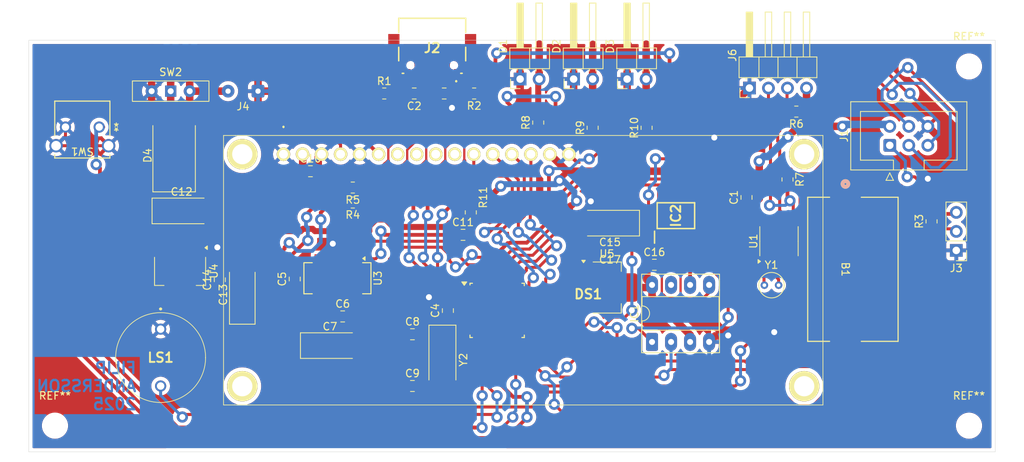
<source format=kicad_pcb>
(kicad_pcb (version 20241229) (generator "pcbnew") (generator_version "9.0")
  (layers (0 "F.Cu" signal) (2 "B.Cu" signal) (13 "F.Paste" user) (15 "B.Paste" user) (5 "F.SilkS" user "F.Silkscreen") (7 "B.SilkS" user "B.Silkscreen") (1 "F.Mask" user) (3 "B.Mask" user) (25 "Edge.Cuts" user))
  (net 0 "")
  (net 1 "GND")
  (net 2 "VCC")
  (net 3 "DTR")
  (net 4 "RESET")
  (net 5 "+3.3V")
  (net 6 "Net-(U3-3V3OUT)")
  (net 7 "Net-(D1-A)")
  (net 8 "PC0")
  (net 9 "PC2")
  (net 10 "PC1")
  (net 16 "PB1")
  (net 17 "PC3")
  (net 19 "PB0")
  (net 22 "SCK")
  (net 23 "MOSI")
  (net 24 "CS")
  (net 25 "MISO")
  (net 26 "SCL")
  (net 27 "SDA")
  (net 28 "Net-(LS1-+)")
  (net 29 "Net-(U3-USBDM)")
  (net 30 "Net-(U3-USBDP)")
  (net 31 "RXD")
  (net 32 "PD5")
  (net 33 "TXD")
  (net 43 "Net-(D2-A)")
  (net 44 "Net-(D3-A)")
  (net 45 "Net-(D4-A)")
  (net 46 "Net-(U1-VBAT)")
  (net 47 "Net-(J2-DP1)")
  (net 48 "Net-(J2-DN1)")
  (net 49 "Net-(U2-XTAL1{slash}PB6)")
  (net 50 "Net-(U2-XTAL2{slash}PB7)")
  (net 51 "Net-(D4-K)")
  (net 53 "Net-(IC1-~{CS})")
  (net 54 "Net-(IC1-SCK)")
  (net 55 "Net-(IC1-SI)")
  (net 66 "Net-(J2-CC1)")
  (net 67 "Net-(J2-VBUS_1)")
  (net 68 "Net-(J2-CC2)")
  (net 69 "Net-(J3-Pin_3)")
  (net 70 "Net-(J4-Pin_2)")
  (net 71 "Net-(U2-PD2)")
  (net 72 "Net-(U2-PD3)")
  (net 73 "Net-(U2-PD4)")
  (net 74 "Net-(U2-PD6)")
  (net 76 "Net-(U1-X2)")
  (net 77 "Net-(U1-X1)")
  (footprint "R_0805_2012Metric_Pad1.20x1.40mm_HandSolder" (layer "F.Cu") (at 108.6 50.4 -90)
    (property "Reference" "R11")
    (property "Value" "10k")
  )
  (footprint "SSOP-20_3.9x8.7mm_P0.635mm" (layer "F.Cu") (at 90.8 59.2 -90)
    (property "Reference" "U3")
    (property "Value" "FT231XS" (hide yes))
  )
  (footprint "SOP65P640X120-16N" (layer "F.Cu") (at 135.975 50.838 90)
    (property "Reference" "IC2")
    (property "Value" "CD4050BPWR" (hide yes))
  )
  (footprint "CP_EIA-6032-15_Kemet-U_HandSolder" (layer "F.Cu") (at 89.8 68.2)
    (property "Reference" "C7")
    (property "Value" "4.7uF")
  )
  (footprint "CP_EIA-6032-15_Kemet-U_HandSolder" (layer "F.Cu") (at 127.175 51.838 180)
    (property "Reference" "C15")
    (property "Value" "10uF")
  )
  (footprint "CP_EIA-6032-15_Kemet-U_HandSolder" (layer "F.Cu") (at 70 50.2)
    (property "Reference" "C12")
    (property "Value" "47uF")
  )
  (footprint "PinHeader_1x02_P2.54mm_Horizontal" (layer "F.Cu") (at 122.325 32.585 90)
    (property "Reference" "D2")
    (property "Value" "LED")
  )
  (footprint "162CBCBC" (layer "F.Cu") (at 75.6 40.125)
    (property "Reference" "DS1")
    (property "Value" "162C_BC_BC" (hide yes))
  )
  (footprint "PinHeader_1x03_P2.54mm_Vertical" (layer "F.Cu") (at 173.4 55.48 180)
    (property "Reference" "J3")
    (property "Value" "Conn_01x03_Pin")
  )
  (footprint "R_0805_2012Metric_Pad1.20x1.40mm_HandSolder" (layer "F.Cu") (at 109.048832 34.514838 180)
    (property "Reference" "R2")
    (property "Value" "5.1k")
  )
  (footprint "R_0805_2012Metric_Pad1.20x1.40mm_HandSolder" (layer "F.Cu") (at 170.1 51.6 90)
    (property "Reference" "R3")
    (property "Value" "240")
  )
  (footprint "SW_Slide-03_Wuerth-WS-SLTV_10x2.5x6.4_P2.54mm" (layer "F.Cu") (at 68.54 34.2)
    (property "Reference" "SW2")
    (property "Value" "SW_Wuerth_450301014042")
  )
  (footprint "C_0805_2012Metric_Pad1.18x1.45mm_HandSolder" (layer "F.Cu") (at 100.81 73.5925)
    (property "Reference" "C9")
    (property "Value" "18pF")
  )
  (footprint "SOT-223-3_TabPin2" (layer "F.Cu") (at 126.775 60.438)
    (property "Reference" "U5")
    (property "Value" "LM1117MP-3.3")
  )
  (footprint "C_0805_2012Metric_Pad1.18x1.45mm_HandSolder" (layer "F.Cu") (at 85.1 59.3 90)
    (property "Reference" "C5")
    (property "Value" "0.1uF")
  )
  (footprint "GSB1C41110SSHR" (layer "F.Cu") (at 103.448832 28.429838 180)
    (property "Reference" "J2")
    (property "Value" "GSB1C41110SSHR" (hide yes))
  )
  (footprint "C_0805_2012Metric_Pad1.18x1.45mm_HandSolder" (layer "F.Cu") (at 105.54 63.52 90)
    (property "Reference" "C4")
    (property "Value" "0.1uF")
  )
  (footprint "CP_EIA-6032-15_Kemet-U_HandSolder" (layer "F.Cu") (at 78.1 61.4 90)
    (property "Reference" "C13")
    (property "Value" "10uF")
  )
  (footprint "R_0805_2012Metric_Pad1.20x1.40mm_HandSolder" (layer "F.Cu") (at 117.6 38.4 90)
    (property "Reference" "R8")
    (property "Value" "560")
  )
  (footprint "Crystal_Round_D3.0mm_Vertical" (layer "F.Cu") (at 147.785 60.125)
    (property "Reference" "Y1")
    (property "Value" "32.768kHz")
  )
  (footprint "SW2_1825027-H_TEC" (layer "F.Cu") (at 59.000001 38.999999 180)
    (property "Reference" "SW1")
    (property "Value" "2-1825027-4")
  )
  (footprint "PK11N40PQ" (layer "F.Cu") (at 67.2 66 180)
    (property "Reference" "LS1")
    (property "Value" "PK-11N40PQ" (hide yes))
  )
  (footprint "MountingHole_3mm" (layer "F.Cu") (at 175.1 78.9)
    (property "Reference" "REF**")
    (property "Value" "MountingHole_3mm")
  )
  (footprint "MountingHole_3mm" (layer "F.Cu") (at 175.1 30.9)
    (property "Reference" "REF**")
    (property "Value" "MountingHole_3mm")
  )
  (footprint "R_0805_2012Metric_Pad1.20x1.40mm_HandSolder" (layer "F.Cu") (at 132.065 39.095 90)
    (property "Reference" "R10")
    (property "Value" "560")
  )
  (footprint "C_0805_2012Metric_Pad1.18x1.45mm_HandSolder" (layer "F.Cu") (at 101.048832 34.514838 180)
    (property "Reference" "C2")
    (property "Value" "47pF" (hide yes))
  )
  (footprint "S8201-46R_HRW" (layer "F.Cu") (at 159.6 58.0034 -90)
    (property "Reference" "B1")
    (property "Value" "S8201-46R")
  )
  (footprint "C_0805_2012Metric_Pad1.18x1.45mm_HandSolder" (layer "F.Cu") (at 75.1 59.4 90)
    (property "Reference" "C14")
    (property "Value" "0.1uF")
  )
  (footprint "PinHeader_1x04_P2.54mm_Horizontal" (layer "F.Cu") (at 145.79 33.785 90)
    (property "Reference" "J6")
    (property "Value" "Conn_01x04")
  )
  (footprint "C_0805_2012Metric_Pad1.18x1.45mm_HandSolder" (layer "F.Cu") (at 105.048832 34.514838)
    (property "Reference" "C3" (hide yes))
    (property "Value" "47pF")
  )
  (footprint "R_0805_2012Metric_Pad1.20x1.40mm_HandSolder" (layer "F.Cu") (at 150.87 46 -90)
    (property "Reference" "R7")
    (property "Value" "4.7k")
  )
  (footprint "R_0805_2012Metric_Pad1.20x1.40mm_HandSolder" (layer "F.Cu") (at 92.85 47.08 180)
    (property "Reference" "R5")
    (property "Value" "27R")
  )
  (footprint "PinHeader_1x02_P2.54mm_Horizontal" (layer "F.Cu") (at 115.185 32.585 90)
    (property "Reference" "D1")
    (property "Value" "LED")
  )
  (footprint "SolderWire-0.15sqmm_1x02_P4mm_D0.5mm_OD1.5mm" (layer "F.Cu") (at 80.2 34.2 180)
    (property "Reference" "J4")
    (property "Value" "Battery Connector")
  )
  (footprint "C_0805_2012Metric_Pad1.18x1.45mm_HandSolder" (layer "F.Cu") (at 107.5625 53.4)
    (property "Reference" "C11")
    (property "Value" "0.1uF")
  )
  (footprint "SOIC-8_3.9x4.9mm_P1.27mm" (layer "F.Cu") (at 149.735 54.25 90)
    (property "Reference" "U1")
    (property "Value" "DS1307+")
  )
  (footprint "IDC-Header_2x03_P2.54mm_Vertical" (layer "F.Cu") (at 164.52 41.44 90)
    (property "Reference" "J1")
    (property "Value" "AVR-ISP-6")
  )
  (footprint "MountingHole_3mm" (layer "F.Cu") (at 53.1 78.9)
    (property "Reference" "REF**")
    (property "Value" "MountingHole_3mm")
  )
  (footprint "Crystal_SMD_Abracon_ABM3-2Pin_5.0x3.2mm_HandSoldering" (layer "F.Cu") (at 104.81 70.0925 -90)
    (property "Reference" "Y2")
    (property "Value" "16MHz")
  )
  (footprint "PinHeader_1x02_P2.54mm_Horizontal" (layer "F.Cu") (at 129.465 32.585 90)
    (property "Reference" "D3")
    (property "Value" "LED")
  )
  (footprint "C_0805_2012Metric_Pad1.18x1.45mm_HandSolder" (layer "F.Cu") (at 145.4 48.4 90)
    (property "Reference" "C1")
    (property "Value" "0.1uF")
  )
  (footprint "C_0805_2012Metric_Pad1.18x1.45mm_HandSolder" (layer "F.Cu") (at 87.2 44.9)
    (property "Reference" "C10")
    (property "Value" "0.1uF")
  )
  (footprint "C_0805_2012Metric_Pad1.18x1.45mm_HandSolder" (layer "F.Cu") (at 100.81 66.685)
    (property "Reference" "C8")
    (property "Value" "18pF")
  )
  (footprint "R_0805_2012Metric_Pad1.20x1.40mm_HandSolder" (layer "F.Cu") (at 124.865 39.095 90)
    (property "Reference" "R9")
    (property "Value" "560")
  )
  (footprint "R_0805_2012Metric_Pad1.20x1.40mm_HandSolder" (layer "F.Cu") (at 92.85 49.08 180)
    (property "Reference" "R4")
    (property "Value" "27R")
  )
  (footprint "SOT-223-3_TabPin2" (layer "F.Cu") (at 69.8 58.25 -90)
    (property "Reference" "U4")
    (property "Value" "LM1117MP-5.0")
  )
  (footprint "TQFP-32_7x7mm_P0.8mm" (layer "F.Cu") (at 112.1165 63.4925)
    (property "Reference" "U2" (hide yes))
    (property "Value" "ATmega328P-A")
  )
  (footprint "C_0805_2012Metric_Pad1.18x1.45mm_HandSolder" (layer "F.Cu") (at 133.1 57.4)
    (property "Reference" "C16")
    (property "Value" "0.1uF")
  )
  (footprint "D_3220_8050Metric_Pad2.65x5.15mm_HandSolder" (layer "F.Cu") (at 69 42.8 90)
    (property "Reference" "D4")
    (property "Value" "1A/40V/500mV")
  )
  (footprint "DIP-8_W7.62mm_Socket_LongPads" (layer "F.Cu") (at 132.79 67.71 90)
    (property "Reference" "IC1")
    (property "Value" "CY15B102QN-50SXI")
  )
  (footprint "C_0805_2012Metric_Pad1.18x1.45mm_HandSolder" (layer "F.Cu") (at 91.5 64.3)
    (property "Reference" "C6")
    (property "Value" "0.1uF")
  )
  (footprint "R_0805_2012Metric_Pad1.20x1.40mm_HandSolder" (layer "F.Cu") (at 97.048832 34.514838)
    (property "Reference" "R1")
    (property "Value" "5.1k")
  )
  (footprint "C_0805_2012Metric_Pad1.18x1.45mm_HandSolder" (layer "F.Cu") (at 127.175 55.038 180)
    (property "Reference" "C17")
    (property "Value" "1uF")
  )
  (footprint "R_0805_2012Metric_Pad1.20x1.40mm_HandSolder" (layer "F.Cu") (at 152.05 36.93 180)
    (property "Reference" "R6")
    (property "Value" "4.7k")
  )
  (gr_rect (start 49.6 27.4) (end 178.6 82.4) (stroke (width 0.05)) (fill no) (layer "Edge.Cuts"))
  (gr_text "FILIP \nANDERSSON \n2025" (at 64.1 76.9 0) (layer "B.Cu") (effects (font (size 1.5 1.5) (thickness 0.3) (bold yes)) (justify left bottom mirror)))
  (segment (start 90.4825 57.5575) (end 90.48 57.56) (width 0.3) (layer "F.Cu") (net 1))
  (segment (start 141.1 43.0625) (end 145.4 47.3625) (width 1) (layer "F.Cu") (net 1))
  (segment (start 115.185 32.585) (end 115.185 35.385) (width 1) (layer "F.Cu") (net 1))
  (segment (start 103.7 61.69) (end 103.05 61.69) (width 1) (layer "F.Cu") (net 1))
  (segment (start 90.48 57.56) (end 90.48 57.94) (width 0.3) (layer "F.Cu") (net 1))
  (segment (start 126.1375 55.038) (end 126.1375 55.6255) (width 1) (layer "F.Cu") (net 1))
  (segment (start 107.8665 62.2925) (end 109.4075 62.2925) (width 0.4) (layer "F.Cu") (net 1))
  (segment (start 140.862 55.162) (end 139.975 55.162) (width 1) (layer "F.Cu") (net 1))
  (segment (start 72.5575 50.2) (end 74 50.2) (width 1) (layer "F.Cu") (net 1))
  (segment (start 109.4075 62.2925) (end 109.41 62.29) (width 0.4) (layer "F.Cu") (net 1))
  (segment (start 134.749687 61.891) (end 135.591 61.891) (width 0.4) (layer "F.Cu") (net 1))
  (segment (start 90.48 57.94) (end 90.46 57.96) (width 0.3) (layer "F.Cu") (net 1))
  (segment (start 122.325 28.075) (end 122.4 28) (width 1) (layer "F.Cu") (net 1))
  (segment (start 92.5375 64.3) (end 91.1175 62.88) (width 0.4) (layer "F.Cu") (net 1))
  (segment (start 134.129 57.4085) (end 134.1 57.4375) (width 0.3) (layer "F.Cu") (net 1))
  (segment (start 134.1375 57.4) (end 134.129 57.4085) (width 0.4) (layer "F.Cu") (net 1))
  (segment (start 115.2175 63.0925) (end 115.2 63.11) (width 0.4) (layer "F.Cu") (net 1))
  (segment (start 107.8665 62.2925) (end 105.73 62.2925) (width 0.4) (layer "F.Cu") (net 1))
  (segment (start 141.1 38.475) (end 145.79 33.785) (width 1) (layer "F.Cu") (net 1))
  (segment (start 92.3575 68.2) (end 92.3575 64.48) (width 1) (layer "F.Cu") (net 1))
  (segment (start 171.351 40.651) (end 171.351 44.149) (width 1) (layer "F.Cu") (net 1))
  (segment (start 54.5 38.999999) (end 54.5 40.235298) (width 0.4) (layer "F.Cu") (net 1))
  (segment (start 74.74 55.1) (end 74.77 55.07) (width 1) (layer "F.Cu") (net 1))
  (segment (start 77.72 58.5625) (end 78 58.8425) (width 1) (layer "F.Cu") (net 1))
  (segment (start 144.6 65.193814) (end 144.6 58.9) (width 1) (layer "F.Cu") (net 1))
  (segment (start 90.4825 56.6) (end 90.4825 54.7775) (width 0.3) (layer "F.Cu") (net 1))
  (segment (start 75.1 58.3625) (end 75.1 58.1) (width 1) (layer "F.Cu") (net 1))
  (segment (start 129.465 28.135) (end 129.6 28) (width 1) (layer "F.Cu") (net 1))
  (segment (start 144.6 58.9) (end 140.862 55.162) (width 1) (layer "F.Cu") (net 1))
  (segment (start 106.8125 63.8925) (end 105.54 62.62) (width 0.5) (layer "F.Cu") (net 1))
  (segment (start 134.1 57.4375) (end 134.1 61.4) (width 0.3) (layer "F.Cu") (net 1))
  (segment (start 142.95 66.843814) (end 144.6 65.193814) (width 1) (layer "F.Cu") (net 1))
  (segment (start 129.465 32.585) (end 129.465 28.135) (width 1) (layer "F.Cu") (net 1))
  (segment (start 66 28.401) (end 66.1 28.401) (width 1) (layer "F.Cu") (net 1))
  (segment (start 115.185 32.585) (end 115.185 28.015) (width 1) (layer "F.Cu") (net 1))
  (segment (start 88.2375 43.0675) (end 88.68 42.625) (width 1) (layer "F.Cu") (net 1))
  (segment (start 116.3665 63.0925) (end 115.2175 63.0925) (width 0.4) (layer "F.Cu") (net 1))
  (segment (start 141.1 40.4) (end 141.1 38.475) (width 1) (layer "F.Cu") (net 1))
  (segment (start 142.95 66.843814) (end 142.332186 66.843814) (width 1) (layer "F.Cu") (net 1))
  (segment (start 122.325 32.585) (end 122.325 28.075) (width 1) (layer "F.Cu") (net 1))
  (segment (start 90.5 54.76) (end 90.36 54.76) (width 0.3) (layer "F.Cu") (net 1))
  (segment (start 75.1 58.1) (end 72.1 55.1) (width 1) (layer "F.Cu") (net 1))
  (segment (start 90.4825 56.6) (end 90.4825 57.5575) (width 0.3) (layer "F.Cu") (net 1))
  (segment (start 72.5575 54.6425) (end 72.1 55.1) (width 1) (layer "F.Cu") (net 1))
  (segment (start 90.36 54.76) (end 90.18 54.58) (width 0.3) (layer "F.Cu") (net 1))
  (segment (start 72.1 55.1) (end 74.74 55.1) (width 1) (layer "F.Cu") (net 1))
  (segment (start 104.4925 62.4825) (end 103.7 61.69) (width 1) (layer "F.Cu") (net 1))
  (segment (start 134.129 61.429) (end 134.287687 61.429) (width 0.4) (layer "F.Cu") (net 1))
  (segment (start 106.648832 31.819838) (end 107.993832 31.819838) (width 0.5) (layer "F.Cu") (net 1))
  (segment (start 140.41 66.71) (end 140.41 67.71) (width 0.4) (layer "F.Cu") (net 1))
  (segment (start 139.029564 54.210109) (end 138.747109 54.210109) (width 1) (layer "F.Cu") (net 1))
  (segment (start 142.332186 66.843814) (end 142.276 66.9) (width 1) (layer "F.Cu") (net 1))
  (segment (start 139.975 55.162) (end 139.029564 54.216564) (width 1) (layer "F.Cu") (net 1))
  (segment (start 138.726 54.189) (end 138.726 53.713) (width 1) (layer "F.Cu") (net 1))
  (segment (start 88.2375 44.9) (end 88.2375 43.0675) (width 1) (layer "F.Cu") (net 1))
  (segment (start 124.6175 48.9175) (end 124.6175 51.838) (width 1) (layer "F.Cu") (net 1))
  (segment (start 90.4825 54.7775) (end 90.5 54.76) (width 0.3) (layer "F.Cu") (net 1))
  (segment (start 129.465 32.585) (end 129.465 35.335) (width 1) (layer "F.Cu") (net 1))
  (segment (start 141.22 66.9) (end 140.41 67.71) (width 1) (layer "F.Cu") (net 1))
  (segment (start 80.2 34.2) (end 80.2 32.6) (width 1) (layer "F.Cu") (net 1))
  (segment (start 106.086332 36.429838) (end 106.086332 34.514838) (width 0.8) (layer "F.Cu") (net 1))
  (segment (start 107.993832 31.819838) (end 108.568832 31.244838) (width 0.5) (layer "F.Cu") (net 1))
  (segment (start 142.276 66.9) (end 141.22 66.9) (width 1) (layer "F.Cu") (net 1))
  (segment (start 169.6 38.9) (end 171.351 40.651) (width 1) (layer "F.Cu") (net 1))
  (segment (start 134.287687 61.429) (end 134.749687 61.891) (width 0.4) (layer "F.Cu") (net 1))
  (segment (start 80.2 34.2) (end 82 34.2) (width 1) (layer "F.Cu") (net 1))
  (segment (start 110.048832 34.052338) (end 110.586332 33.514838) (width 1) (layer "F.Cu") (net 1))
  (segment (start 139.029564 54.216564) (end 139.029564 54.210109) (width 1) (layer "F.Cu") (net 1))
  (segment (start 141.1 40.4) (end 141.1 43.0625) (width 1) (layer "F.Cu") (net 1))
  (segment (start 107.8665 63.8925) (end 106.8125 63.8925) (width 0.5) (layer "F.Cu") (net 1))
  (segment (start 72.5575 50.2) (end 72.5575 54.6425) (width 1) (layer "F.Cu") (net 1))
  (segment (start 122.325 35.325) (end 122.4 35.4) (width 1) (layer "F.Cu") (net 1))
  (segment (start 75 58.5625) (end 77.72 58.5625) (width 1) (layer "F.Cu") (net 1))
  (segment (start 107.859 63.9) (end 107.8665 63.8925) (width 0.4) (layer "F.Cu") (net 1))
  (segment (start 110.048832 34.514838) (end 110.048832 34.052338) (width 1) (layer "F.Cu") (net 1))
  (segment (start 66 31.6) (end 66 28.401) (width 1) (layer "F.Cu") (net 1))
  (segment (start 54.5 40.235298) (end 53.245 41.490298) (width 0.4) (layer "F.Cu") (net 1))
  (segment (start 135.591 61.891) (end 140.41 66.71) (width 0.4) (layer "F.Cu") (net 1))
  (segment (start 66 34.2) (end 66 31.6) (width 1) (layer "F.Cu") (net 1))
  (segment (start 138.747109 54.210109) (end 138.726 54.189) (width 1) (layer "F.Cu") (net 1))
  (segment (start 106.086332 34.514838) (end 106.086332 34.557326) (width 0.4) (layer "F.Cu") (net 1))
  (segment (start 115.185 35.385) (end 115.2 35.4) (width 1) (layer "F.Cu") (net 1))
  (segment (start 100.011332 34.514838) (end 100.011332 35.589838) (width 1) (layer "F.Cu") (net 1))
  (segment (start 103.05 61.69) (end 103.01 61.73) (width 1) (layer "F.Cu") (net 1))
  (segment (start 98.903832 31.819838) (end 98.328832 31.244838) (width 0.5) (layer "F.Cu") (net 1))
  (segment (start 53.245 41.490298) (end 60.255001 41.490298) (width 0.4) (layer "F.Cu") (net 1))
  (segment (start 100.248832 31.819838) (end 98.903832 31.819838) (width 0.5) (layer "F.Cu") (net 1))
  (segment (start 115.185 28.015) (end 115.2 28) (width 1) (layer "F.Cu") (net 1))
  (segment (start 171.351 44.149) (end 169.6 45.9) (width 1) (layer "F.Cu") (net 1))
  (segment (start 105.73 62.2925) (end 105.54 62.4825) (width 0.4) (layer "F.Cu") (net 1))
  (segment (start 129.465 35.335) (end 129.4 35.4) (width 1) (layer "F.Cu") (net 1))
  (segment (start 91.1175 62.88) (end 91.1175 61.8) (width 0.4) (layer "F.Cu") (net 1))
  (segment (start 66 34.2) (end 66 37) (width 1) (layer "F.Cu") (net 1))
  (segment (start 122.325 32.585) (end 122.325 35.325) (width 1) (layer "F.Cu") (net 1))
  (segment (start 105.54 62.62) (end 105.54 62.4825) (width 0.4) (layer "F.Cu") (net 1))
  (segment (start 80.2 34.2) (end 80.2 36) (width 1) (layer "F.Cu") (net 1))
  (segment (start 134.1 61.4) (end 134.129 61.429) (width 0.3) (layer "F.Cu") (net 1))
  (segment (start 105.54 62.4825) (end 104.4925 62.4825) (width 1) (layer "F.Cu") (net 1))
  (via (at 124.6175 48.9175) (size 1.5) (drill 0.8) (layers "F.Cu" "B.Cu") (net 1))
  (via (at 106.086332 36.429838) (size 1.5) (drill 0.8) (layers "F.Cu" "B.Cu") (net 1))
  (via (at 169.6 45.9) (size 1.5) (drill 0.8) (layers "F.Cu" "B.Cu") (net 1))
  (via (at 90.18 54.58) (size 1.5) (drill 0.8) (layers "F.Cu" "B.Cu") (net 1))
  (via (at 142.95 66.843814) (size 1.5) (drill 0.8) (layers "F.Cu" "B.Cu") (net 1))
  (via (at 103.01 61.73) (size 1.5) (drill 0.8) (layers "F.Cu" "B.Cu") (net 1))
  (via (at 149.1 66.4) (size 1.5) (drill 0.8) (layers "F.Cu" "B.Cu") (net 1))
  (via (at 141.1 40.4) (size 1.5) (drill 0.8) (layers "F.Cu" "B.Cu") (net 1))
  (via (at 74.77 55.07) (size 1.5) (drill 0.8) (layers "F.Cu" "B.Cu") (net 1))
  (segment (start 149.1 66.4) (end 147.1 66.4) (width 1) (layer "B.Cu") (net 1))
  (segment (start 126.051 47.484) (end 126.051 42.798976) (width 1) (layer "B.Cu") (net 1))
  (segment (start 126.051 42.798976) (end 128.449976 40.4) (width 1) (layer "B.Cu") (net 1))
  (segment (start 126.1 41.65) (end 122.675 41.65) (width 0.5) (layer "B.Cu") (net 1))
  (segment (start 143.305814 66.488) (end 142.95 66.843814) (width 1) (layer "B.Cu") (net 1))
  (segment (start 126.1 42.749976) (end 126.1 41.65) (width 1) (layer "B.Cu") (net 1))
  (segment (start 147.012 66.488) (end 143.305814 66.488) (width 1) (layer "B.Cu") (net 1))
  (segment (start 124.6175 48.9175) (end 126.051 47.484) (width 1) (layer "B.Cu") (net 1))
  (segment (start 147.1 66.4) (end 147.012 66.488) (width 1) (layer "B.Cu") (net 1))
  (segment (start 122.675 41.65) (end 121.7 42.625) (width 1) (layer "B.Cu") (net 1))
  (segment (start 128.449976 40.4) (end 141.1 40.4) (width 1) (layer "B.Cu") (net 1))
  (segment (start 126.051 42.798976) (end 126.1 42.749976) (width 1) (layer "B.Cu") (net 1))
  (segment (start 121.435 44.9) (end 121.435 44.983154) (width 1) (layer "F.Cu") (net 2))
  (segment (start 87.2425 68.2) (end 89.9425 70.9) (width 1) (layer "F.Cu") (net 2))
  (segment (start 120.427918 46.162894) (end 120.427918 45.990236) (width 0.8) (layer "F.Cu") (net 2))
  (segment (start 122.106338 49.466074) (end 121.916075 49.466074) (width 0.8) (layer "F.Cu") (net 2))
  (segment (start 108.35 49.4) (end 107.751 49.999) (width 0.8) (layer "F.Cu") (net 2))
  (segment (start 108.6 49.4) (end 108.35 49.4) (width 0.8) (layer "F.Cu") (net 2))
  (segment (start 107.099 50.607734) (end 107.099 50.651) (width 0.8) (layer "F.Cu") (net 2))
  (segment (start 144.72231 49.4375) (end 140.18481 44.9) (width 1) (layer "F.Cu") (net 2))
  (segment (start 153.75 36.4) (end 153.75 36.1) (width 1) (layer "F.Cu") (net 2))
  (segment (start 98.242446 52.349) (end 97.242446 51.349) (width 0.8) (layer "F.Cu") (net 2))
  (segment (start 107.099 50.651) (end 105.876 51.874) (width 0.8) (layer "F.Cu") (net 2))
  (segment (start 107.8665 64.6925) (end 105.675 64.6925) (width 0.5) (layer "F.Cu") (net 2))
  (segment (start 75 60.6375) (end 70.5625 60.6375) (width 1) (layer "F.Cu") (net 2))
  (segment (start 105.270234 52.349) (end 98.242446 52.349) (width 0.8) (layer "F.Cu") (net 2))
  (segment (start 145.095 51.775) (end 146.975 51.775) (width 1) (layer "F.Cu") (net 2))
  (segment (start 109.29 64.21) (end 109.29 63.316) (width 0.4) (layer "F.Cu") (net 2))
  (segment (start 153.75 37.486637) (end 150.918842 40.317795) (width 1) (layer "F.Cu") (net 2))
  (segment (start 107.8665 64.6925) (end 108.8075 64.6925) (width 0.4) (layer "F.Cu") (net 2))
  (segment (start 108.8075 64.6925) (end 109.29 64.21) (width 0.4) (layer "F.Cu") (net 2))
  (segment (start 89.9425 70.9) (end 95.6 70.9) (width 1) (layer "F.Cu") (net 2))
  (segment (start 147.225 51.775) (end 147.1 51.9) (width 0.5) (layer "F.Cu") (net 2))
  (segment (start 95.049 52.9) (end 87.793446 52.9) (width 0.8) (layer "F.Cu") (net 2))
  (segment (start 154.208436 45.301) (end 156.1 43.409436) (width 0.5) (layer "F.Cu") (net 2))
  (segment (start 150.87 45) (end 151.171 45.301) (width 0.5) (layer "F.Cu") (net 2))
  (segment (start 116.3665 65.4925) (end 120.8705 65.4925) (width 0.5) (layer "F.Cu") (net 2))
  (segment (start 110.1 49.4) (end 108.6 49.4) (width 0.8) (layer "F.Cu") (net 2))
  (segment (start 112.6 46.9) (end 110.1 49.4) (width 0.8) (layer "F.Cu") (net 2))
  (segment (start 105.675 64.6925) (end 105.54 64.5575) (width 0.4) (layer "F.Cu") (net 2))
  (segment (start 153.75 37.402) (end 153.75 37.486637) (width 1) (layer "F.Cu") (net 2))
  (segment (start 95.6 70.9) (end 95.6 66.4) (width 1) (layer "F.Cu") (net 2))
  (segment (start 140.18481 44.9) (end 121.435 44.9) (width 1) (layer "F.Cu") (net 2))
  (segment (start 145.4 49.4375) (end 144.72231 49.4375) (width 1) (layer "F.Cu") (net 2))
  (segment (start 70.5625 60.6375) (end 69.8 61.4) (width 1) (layer "F.Cu") (net 2))
  (segment (start 147.1 48.555083) (end 147.1 43.9) (width 1) (layer "F.Cu") (net 2))
  (segment (start 98.3825 63.6175) (end 103.23 63.6175) (width 1) (layer "F.Cu") (net 2))
  (segment (start 78 63.9575) (end 78 63.6375) (width 1) (layer "F.Cu") (net 2))
  (segment (start 121.851 49.531149) (end 121.851 52.564628) (width 0.8) (layer "F.Cu") (net 2))
  (segment (start 86.207554 52.599) (end 85.906554 52.9) (width 0.8) (layer "F.Cu") (net 2))
  (segment (start 121.824 61.937) (end 122.625 62.738) (width 0.8) (layer "F.Cu") (net 2))
  (segment (start 121.824 52.591628) (end 121.824 61.937) (width 0.8) (layer "F.Cu") (net 2))
  (segment (start 109.0665 63.0925) (end 107.8665 63.0925) (width 0.5) (layer "F.Cu") (net 2))
  (segment (start 104.17 64.5575) (end 105.54 64.5575) (width 1) (layer "F.Cu") (net 2))
  (segment (start 95.049 52.257554) (end 95.049 52.9) (width 0.8) (layer "F.Cu") (net 2))
  (segment (start 85.906554 52.9) (end 83.6 52.9) (width 0.8) (layer "F.Cu") (net 2))
  (segment (start 81.1 49.4) (end 81.1 47.665) (width 1) (layer "F.Cu") (net 2))
  (segment (start 78.1 66.4) (end 80.6 68.9) (width 1) (layer "F.Cu") (net 2))
  (segment (start 146.975 51.775) (end 147.1 51.9) (width 1) (layer "F.Cu") (net 2))
  (segment (start 145.4 49.4375) (end 146.217583 49.4375) (width 1) (layer "F.Cu") (net 2))
  (segment (start 95.6 66.4) (end 98.3825 63.6175) (width 1) (layer "F.Cu") (net 2))
  (segment (start 122.625 62.738) (end 123.625 62.738) (width 0.8) (layer "F.Cu") (net 2))
  (segment (start 120.427918 45.990236) (end 121.435 44.983154) (width 0.8) (layer "F.Cu") (net 2))
  (segment (start 153.75 36.55) (end 153.75 36.4) (width 1) (layer "F.Cu") (net 2))
  (segment (start 107.751 49.999) (end 107.707734 49.999) (width 0.8) (layer "F.Cu") (net 2))
  (segment (start 87.793446 52.9) (end 87.492446 52.599) (width 0.8) (layer "F.Cu") (net 2))
  (segment (start 120.8705 65.4925) (end 123.625 62.738) (width 0.8) (layer "F.Cu") (net 2))
  (segment (start 151.171 45.301) (end 154.208436 45.301) (width 0.5) (layer "F.Cu") (net 2))
  (segment (start 156.1 38.9) (end 153.75 36.55) (width 1) (layer "F.Cu") (net 2))
  (segment (start 83.6 52.9) (end 81.1 55.4) (width 0.8) (layer "F.Cu") (net 2))
  (segment (start 83.865 44.9) (end 86.1625 44.9) (width 1) (layer "F.Cu") (net 2))
  (segment (start 78.1 63.9575) (end 81.1 60.9575) (width 1) (layer "F.Cu") (net 2))
  (segment (start 90.4625 64.3) (end 90.4625 61.82) (width 0.4) (layer "F.Cu") (net 2))
  (segment (start 81.1 60.9575) (end 81.1 49.4) (width 1) (layer "F.Cu") (net 2))
  (segment (start 121.916075 49.466074) (end 121.851 49.531149) (width 0.8) (layer "F.Cu") (net 2))
  (segment (start 80.6 68.9) (end 86.5425 68.9) (width 1) (layer "F.Cu") (net 2))
  (segment (start 158.2 38.9) (end 156.1 38.9) (width 1) (layer "F.Cu") (net 2))
  (segment (start 86.1625 44.9) (end 86.1625 42.6475) (width 1) (layer "F.Cu") (net 2))
  (segment (start 109.29 63.316) (end 109.0665 63.0925) (width 0.4) (layer "F.Cu") (net 2))
  (segment (start 81.1 47.665) (end 83.865 44.9) (width 1) (layer "F.Cu") (net 2))
  (segment (start 145.4 49.4375) (end 145.095 49.7425) (width 1) (layer "F.Cu") (net 2))
  (segment (start 147.83 51.775) (end 147.225 51.775) (width 0.5) (layer "F.Cu") (net 2))
  (segment (start 97.242446 51.349) (end 95.957554 51.349) (width 0.8) (layer "F.Cu") (net 2))
  (segment (start 145.095 49.7425) (end 145.095 51.775) (width 1) (layer "F.Cu") (net 2))
  (segment (start 86.5425 68.9) (end 87.2425 68.2) (width 1) (layer "F.Cu") (net 2))
  (segment (start 105.745234 51.874) (end 105.270234 52.349) (width 0.8) (layer "F.Cu") (net 2))
  (segment (start 95.957554 51.349) (end 95.049 52.257554) (width 0.8) (layer "F.Cu") (net 2))
  (segment (start 121.435 44.9) (end 119.16 42.625) (width 1) (layer "F.Cu") (net 2))
  (segment (start 86.1625 42.6025) (end 86.14 42.625) (width 1) (layer "F.Cu") (net 2))
  (segment (start 69.8 55.1) (end 69.8 61.4) (width 1) (layer "F.Cu") (net 2))
  (segment (start 87.2425 67.52) (end 90.4625 64.3) (width 1) (layer "F.Cu") (net 2))
  (segment (start 87.492446 52.599) (end 86.207554 52.599) (width 0.8) (layer "F.Cu") (net 2))
  (segment (start 156.1 43.409436) (end 156.1 38.9) (width 0.5) (layer "F.Cu") (net 2))
  (segment (start 103.23 63.6175) (end 104.17 64.5575) (width 1) (layer "F.Cu") (net 2))
  (segment (start 81.1 55.4) (end 81.1 49.4) (width 0.8) (layer "F.Cu") (net 2))
  (segment (start 78 63.6375) (end 75 60.6375) (width 1) (layer "F.Cu") (net 2))
  (segment (start 105.876 51.874) (end 105.745234 51.874) (width 0.8) (layer "F.Cu") (net 2))
  (segment (start 107.707734 49.999) (end 107.099 50.607734) (width 0.8) (layer "F.Cu") (net 2))
  (segment (start 122.718566 48.853846) (end 122.106338 49.466074) (width 0.8) (layer "F.Cu") (net 2))
  (segment (start 121.851 52.564628) (end 121.824 52.591628) (width 0.8) (layer "F.Cu") (net 2))
  (segment (start 86.1625 42.6475) (end 86.14 42.625) (width 1) (layer "F.Cu") (net 2))
  (segment (start 78.1 63.9575) (end 78.1 66.4) (width 1) (layer "F.Cu") (net 2))
  (segment (start 153.41 35.76) (end 153.41 33.785) (width 1) (layer "F.Cu") (net 2))
  (segment (start 153.75 37.402) (end 153.75 36.4) (width 1) (layer "F.Cu") (net 2))
  (segment (start 146.217583 49.4375) (end 147.1 48.555083) (width 1) (layer "F.Cu") (net 2))
  (segment (start 153.75 36.1) (end 153.41 35.76) (width 1) (layer "F.Cu") (net 2))
  (via (at 112.6 46.9) (size 1.5) (drill 0.8) (layers "F.Cu" "B.Cu") (net 2))
  (via (at 158.2 38.9) (size 1.5) (drill 0.8) (layers "F.Cu" "B.Cu") (net 2))
  (via (at 122.718566 48.853846) (size 1.5) (drill 0.8) (layers "F.Cu" "B.Cu") (net 2))
  (via (at 150.918842 40.317795) (size 1.5) (drill 0.8) (layers "F.Cu" "B.Cu") (net 2))
  (via (at 120.427918 46.162894) (size 1.5) (drill 0.8) (layers "F.Cu" "B.Cu") (net 2))
  (via (at 147.1 43.55) (size 1.5) (drill 0.8) (layers "F.Cu" "B.Cu") (net 2))
  (segment (start 122.718566 48.853846) (end 122.416073 49.156339) (width 0.8) (layer "B.Cu") (net 2))
  (segment (start 148.306637 42.93) (end 147.72 42.93) (width 1) (layer "B.Cu") (net 2))
  (segment (start 112.873119 46.626881) (end 119.963931 46.626881) (width 0.8) (layer "B.Cu") (net 2))
  (segment (start 119.963931 46.626881) (end 120.427918 46.162894) (width 0.8) (layer "B.Cu") (net 2))
  (segment (start 120.952894 46.162894) (end 120.427918 46.162894) (width 0.8) (layer "B.Cu") (net 2))
  (segment (start 150.918842 40.317795) (end 148.306637 42.93) (width 1) (layer "B.Cu") (net 2))
  (segment (start 147.72 42.93) (end 147.1 43.55) (width 1) (layer "B.Cu") (net 2))
  (segment (start 122.416073 49.156339) (end 122.416073 47.626073) (width 0.8) (layer "B.Cu") (net 2))
  (segment (start 122.416073 47.626073) (end 120.952894 46.162894) (width 0.8) (layer "B.Cu") (net 2))
  (segment (start 164.269997 38.649997) (end 164.52 38.9) (width 1) (layer "B.Cu") (net 2))
  (segment (start 158.2 38.9) (end 158.449709 38.650291) (width 1) (layer "B.Cu") (net 2))
  (segment (start 161.599294 38.649997) (end 164.269997 38.649997) (width 1) (layer "B.Cu") (net 2))
  (segment (start 158.449709 38.650291) (end 161.599 38.650291) (width 1) (layer "B.Cu") (net 2))
  (segment (start 112.6 46.9) (end 112.873119 46.626881) (width 0.8) (layer "B.Cu") (net 2))
  (segment (start 161.599 38.650291) (end 161.599294 38.649997) (width 1) (layer "B.Cu") (net 2))
  (segment (start 97.1 53.4) (end 96.6 52.9) (width 0.5) (layer "F.Cu") (net 3))
  (segment (start 106.525 53.4) (end 97.1 53.4) (width 0.5) (layer "F.Cu") (net 3))
  (segment (start 93.6575 56.6) (end 95.9 56.6) (width 0.4) (layer "F.Cu") (net 3))
  (segment (start 95.9 56.6) (end 96.6 55.9) (width 0.4) (layer "F.Cu") (net 3))
  (via (at 96.6 55.9) (size 1.5) (drill 0.8) (layers "F.Cu" "B.Cu") (net 3))
  (via (at 96.6 52.9) (size 1.5) (drill 0.8) (layers "F.Cu" "B.Cu") (net 3))
  (segment (start 96.6 55.9) (end 96.6 52.9) (width 0.4) (layer "B.Cu") (net 3))
  (segment (start 113.797503 54.499001) (end 113.530503 54.499001) (width 0.5) (layer "F.Cu") (net 4))
  (segment (start 162.768182 30.299) (end 166.969182 34.5) (width 0.4) (layer "F.Cu") (net 4))
  (segment (start 113.847504 54.449) (end 113.797503 54.499001) (width 0.5) (layer "F.Cu") (net 4))
  (segment (start 119.1 44.615611) (end 119.027918 44.687693) (width 0.5) (layer "F.Cu") (net 4))
  (segment (start 124.401 43.31262) (end 124.48838 43.4) (width 0.4) (layer "F.Cu") (net 4))
  (segment (start 124.401 43.25) (end 124.21023 43.25) (width 0.4) (layer "F.Cu") (net 4))
  (segment (start 124.21023 43.25) (end 124.1 43.36023) (width 0.4) (layer "F.Cu") (net 4))
  (segment (start 135.499 38.9705) (end 135.499 35.151058) (width 0.4) (layer "F.Cu") (net 4))
  (segment (start 124.48838 43.4) (end 124.6 43.4) (width 0.4) (layer "F.Cu") (net 4))
  (segment (start 113.530503 54.499001) (end 111.7165 56.313004) (width 0.5) (layer "F.Cu") (net 4))
  (segment (start 119.027918 51.498947) (end 116.077865 54.449) (width 0.5) (layer "F.Cu") (net 4))
  (segment (start 110.803496 55.4) (end 110.1 55.4) (width 0.5) (layer "F.Cu") (net 4))
  (segment (start 111.7165 56.313004) (end 110.803496 55.4) (width 0.5) (layer "F.Cu") (net 4))
  (segment (start 116.077865 54.449) (end 113.847504 54.449) (width 0.5) (layer "F.Cu") (net 4))
  (segment (start 119.027918 44.687693) (end 119.027918 44.833646) (width 0.5) (layer "F.Cu") (net 4))
  (segment (start 119.027918 44.833646) (end 119.027918 51.498947) (width 0.5) (layer "F.Cu") (net 4))
  (segment (start 111.7165 59.2425) (end 111.7165 56.313004) (width 0.5) (layer "F.Cu") (net 4))
  (segment (start 166.969182 34.5) (end 167.219182 34.5) (width 0.4) (layer "F.Cu") (net 4))
  (segment (start 124.6 43.4) (end 125.6 42.4) (width 0.4) (layer "F.Cu") (net 4))
  (segment (start 108.6 51.4) (end 108.6 53.4) (width 0.5) (layer "F.Cu") (net 4))
  (segment (start 110.1 55.4) (end 108.6 53.9) (width 0.5) (layer "F.Cu") (net 4))
  (segment (start 125.6 42.4) (end 132.0695 42.4) (width 0.4) (layer "F.Cu") (net 4))
  (segment (start 135.499 35.151058) (end 140.351058 30.299) (width 0.4) (layer "F.Cu") (net 4))
  (segment (start 124.401 43.25) (end 124.401 43.31262) (width 0.4) (layer "F.Cu") (net 4))
  (segment (start 140.351058 30.299) (end 162.768182 30.299) (width 0.4) (layer "F.Cu") (net 4))
  (segment (start 124.1 43.36023) (end 124.1 43.4) (width 0.4) (layer "F.Cu") (net 4))
  (segment (start 132.0695 42.4) (end 135.499 38.9705) (width 0.4) (layer "F.Cu") (net 4))
  (via (at 119.027918 44.833646) (size 1.5) (drill 0.8) (layers "F.Cu" "B.Cu") (net 4))
  (via (at 167.219182 34.5) (size 1.5) (drill 0.8) (layers "F.Cu" "B.Cu") (net 4))
  (via (at 124.401 43.25) (size 1.5) (drill 0.8) (layers "F.Cu" "B.Cu") (net 4))
  (segment (start 167.35 34.75) (end 169 36.4) (width 0.4) (layer "B.Cu") (net 4))
  (segment (start 124.06023 43.4) (end 124.21023 43.25) (width 0.4) (layer "B.Cu") (net 4))
  (segment (start 123.1 43.4) (end 124.06023 43.4) (width 0.4) (layer "B.Cu") (net 4))
  (segment (start 167.219182 34.5) (end 167.35 34.630818) (width 0.4) (layer "B.Cu") (net 4))
  (segment (start 171.051 39.989) (end 169.6 41.44) (width 0.4) (layer "B.Cu") (net 4))
  (segment (start 167.35 34.630818) (end 167.35 34.75) (width 0.4) (layer "B.Cu") (net 4))
  (segment (start 119.027918 44.833646) (end 119.318035 44.543529) (width 0.4) (layer "B.Cu") (net 4))
  (segment (start 121.956471 44.543529) (end 123.1 43.4) (width 0.4) (layer "B.Cu") (net 4))
  (segment (start 171.051 38.298976) (end 171.051 39.989) (width 0.4) (layer "B.Cu") (net 4))
  (segment (start 124.21023 43.25) (end 124.401 43.25) (width 0.4) (layer "B.Cu") (net 4))
  (segment (start 119.318035 44.543529) (end 121.956471 44.543529) (width 0.4) (layer "B.Cu") (net 4))
  (segment (start 169.152024 36.4) (end 171.051 38.298976) (width 0.4) (layer "B.Cu") (net 4))
  (segment (start 169 36.4) (end 169.152024 36.4) (width 0.4) (layer "B.Cu") (net 4))
  (segment (start 123.625 60.438) (end 129.925 60.438) (width 0.5) (layer "F.Cu") (net 5))
  (segment (start 128.2125 58.7255) (end 129.925 60.438) (width 1) (layer "F.Cu") (net 5))
  (segment (start 137.87 66.765655) (end 132.79 61.685655) (width 1) (layer "F.Cu") (net 5))
  (segment (start 132.79 61.685655) (end 132.79 60.09) (width 1) (layer "F.Cu") (net 5))
  (segment (start 129.925 60.438) (end 132.442 60.438) (width 1) (layer "F.Cu") (net 5))
  (segment (start 132.1 59.4) (end 132.79 60.09) (width 1) (layer "F.Cu") (net 5))
  (segment (start 132.442 60.438) (end 132.79 60.09) (width 1) (layer "F.Cu") (net 5))
  (segment (start 133.424 53.713) (end 132.1 55.037) (width 1) (layer "F.Cu") (net 5))
  (segment (start 128.2125 55.038) (end 128.2125 58.7255) (width 1) (layer "F.Cu") (net 5))
  (segment (start 137.87 67.71) (end 137.87 66.765655) (width 1) (layer "F.Cu") (net 5))
  (segment (start 128.2125 55.038) (end 128.2125 53.358) (width 1) (layer "F.Cu") (net 5))
  (segment (start 128.2125 53.358) (end 129.7325 51.838) (width 1) (layer "F.Cu") (net 5))
  (segment (start 132.1 55.037) (end 132.1 59.4) (width 1) (layer "F.Cu") (net 5))
  (segment (start 92.3875 56.6) (end 92.3875 57.6875) (width 0.4) (layer "F.Cu") (net 6))
  (segment (start 85.1 60.3375) (end 88.817 60.3375) (width 0.5) (layer "F.Cu") (net 6))
  (segment (start 89.4405 60.749) (end 89.4405 60.6595) (width 0.5) (layer "F.Cu") (net 6))
  (segment (start 89.2285 60.749) (end 89.4405 60.749) (width 0.5) (layer "F.Cu") (net 6))
  (segment (start 89.4405 60.749) (end 89.8115 61.12) (width 0.5) (layer "F.Cu") (net 6))
  (segment (start 89.4405 60.6595) (end 92.4 57.7) (width 0.5) (layer "F.Cu") (net 6))
  (segment (start 88.817 60.3375) (end 89.2285 60.749) (width 0.5) (layer "F.Cu") (net 6))
  (segment (start 89.8115 61.12) (end 89.8115 61.8) (width 0.5) (layer "F.Cu") (net 6))
  (segment (start 92.3875 57.6875) (end 92.4 57.7) (width 0.4) (layer "F.Cu") (net 6))
  (segment (start 89.2285 60.749) (end 89.2285 61.8) (width 0.4) (layer "F.Cu") (net 6))
  (segment (start 117.725 32.585) (end 117.725 28.275) (width 1) (layer "F.Cu") (net 7))
  (segment (start 117.725 28.275) (end 117.74 28.26) (width 1) (layer "F.Cu") (net 7))
  (segment (start 117.6 32.71) (end 117.725 32.585) (width 0.8) (layer "F.Cu") (net 7))
  (segment (start 117.74 28.26) (end 117.74 27.91) (width 1) (layer "F.Cu") (net 7))
  (segment (start 117.6 37.4) (end 117.6 32.71) (width 0.8) (layer "F.Cu") (net 7))
  (segment (start 114.135482 46.524879) (end 113.159603 45.549) (width 0.4) (layer "F.Cu") (net 8))
  (segment (start 111.571529 52.567472) (end 111.803318 52.567472) (width 0.4) (layer "F.Cu") (net 8))
  (segment (start 113.159603 45.549) (end 109.299 45.549) (width 0.4) (layer "F.Cu") (net 8))
  (segment (start 117.5665 61.4925) (end 118.6 60.459) (width 0.4) (layer "F.Cu") (net 8))
  (segment (start 110.433636 53.06494) (end 111.074061 53.06494) (width 0.4) (layer "F.Cu") (net 8))
  (segment (start 116.3665 61.4925) (end 117.5665 61.4925) (width 0.4) (layer "F.Cu") (net 8))
  (segment (start 111.074061 53.06494) (end 111.571529 52.567472) (width 0.4) (layer "F.Cu") (net 8))
  (segment (start 114.135482 50.235308) (end 114.135482 46.524879) (width 0.4) (layer "F.Cu") (net 8))
  (segment (start 109.299 45.549) (end 109 45.25) (width 0.4) (layer "F.Cu") (net 8))
  (segment (start 118.6 59.254524) (end 119.180887 58.673637) (width 0.4) (layer "F.Cu") (net 8))
  (segment (start 111.803318 52.567472) (end 114.135482 50.235308) (width 0.4) (layer "F.Cu") (net 8))
  (segment (start 118.6 60.459) (end 118.6 59.254524) (width 0.4) (layer "F.Cu") (net 8))
  (segment (start 109 45.25) (end 109 42.625) (width 0.4) (layer "F.Cu") (net 8))
  (via (at 119.180887 58.673637) (size 1.5) (drill 0.8) (layers "F.Cu" "B.Cu") (net 8))
  (via (at 110.433636 53.06494) (size 1.5) (drill 0.8) (layers "F.Cu" "B.Cu") (net 8))
  (segment (start 113.482132 53.49301) (end 113.482132 53.358869) (width 0.4) (layer "B.Cu") (net 8))
  (segment (start 118.506423 58.673637) (end 114.291393 54.458607) (width 0.4) (layer "B.Cu") (net 8))
  (segment (start 119.180887 58.673637) (end 118.506423 58.673637) (width 0.4) (layer "B.Cu") (net 8))
  (segment (start 112.690735 52.567472) (end 110.931104 52.567472) (width 0.4) (layer "B.Cu") (net 8))
  (segment (start 113.744561 53.755439) (end 113.482132 53.49301) (width 0.4) (layer "B.Cu") (net 8))
  (segment (start 113.744561 53.755439) (end 113.597725 53.608603) (width 0.4) (layer "B.Cu") (net 8))
  (segment (start 110.931104 52.567472) (end 110.433636 53.06494) (width 0.4) (layer "B.Cu") (net 8))
  (segment (start 113.482132 53.358869) (end 112.690735 52.567472) (width 0.4) (layer "B.Cu") (net 8))
  (segment (start 114.291393 54.458607) (end 114.291393 54.302271) (width 0.4) (layer "B.Cu") (net 8))
  (segment (start 114.291393 54.302271) (end 113.744561 53.755439) (width 0.4) (layer "B.Cu") (net 8))
  (segment (start 115.737482 50.89888) (end 115.737482 44.282482) (width 0.4) (layer "F.Cu") (net 9))
  (segment (start 118.987301 56.4) (end 119.1 56.4) (width 0.4) (layer "F.Cu") (net 9))
  (segment (start 116.105821 57.746166) (end 117.641135 57.746166) (width 0.4) (layer "F.Cu") (net 9))
  (segment (start 114.948725 51.687637) (end 115.737482 50.89888) (width 0.4) (layer "F.Cu") (net 9))
  (segment (start 119.1 56.4) (end 119.1 56.508078) (width 0.4) (layer "F.Cu") (net 9))
  (segment (start 117.641135 57.746166) (end 118.987301 56.4) (width 0.4) (layer "F.Cu") (net 9))
  (segment (start 116.009 57.842987) (end 116.105821 57.746166) (width 0.4) (layer "F.Cu") (net 9))
  (segment (start 115.737482 44.282482) (end 114.08 42.625) (width 0.4) (layer "F.Cu") (net 9))
  (segment (start 119.1 56.508078) (end 119.375556 56.783634) (width 0.4) (layer "F.Cu") (net 9))
  (segment (start 114.9165 59.2425) (end 116.009 58.15) (width 0.4) (layer "F.Cu") (net 9))
  (segment (start 116.009 58.15) (end 116.009 57.842987) (width 0.4) (layer "F.Cu") (net 9))
  (segment (start 114.948725 53.049) (end 114.948725 51.687637) (width 0.4) (layer "F.Cu") (net 9))
  (via (at 119.375556 56.783634) (size 1.5) (drill 0.8) (layers "F.Cu" "B.Cu") (net 9))
  (via (at 114.948725 53.049) (size 1.5) (drill 0.8) (layers "F.Cu" "B.Cu") (net 9))
  (segment (start 115.813879 53.524483) (end 115.994483 53.524483) (width 0.4) (layer "B.Cu") (net 9))
  (segment (start 115.338396 53.049) (end 115.813879 53.524483) (width 0.4) (layer "B.Cu") (net 9))
  (segment (start 114.948725 53.049) (end 115.338396 53.049) (width 0.4) (layer "B.Cu") (net 9))
  (segment (start 119.253634 56.783634) (end 119.375556 56.783634) (width 0.4) (layer "B.Cu") (net 9))
  (segment (start 115.994483 53.524483) (end 119.253634 56.783634) (width 0.4) (layer "B.Cu") (net 9))
  (segment (start 116.3665 60.6925) (end 116.3665 59.70169) (width 0.4) (layer "F.Cu") (net 10))
  (segment (start 116.3665 59.70169) (end 116.949444 59.118746) (width 0.4) (layer "F.Cu") (net 10))
  (segment (start 112.131132 53.918472) (end 112.131132 53.372444) (width 0.4) (layer "F.Cu") (net 10))
  (segment (start 114.936482 46.021482) (end 111.54 42.625) (width 0.4) (layer "F.Cu") (net 10))
  (segment (start 114.936482 50.567094) (end 114.936482 46.021482) (width 0.4) (layer "F.Cu") (net 10))
  (segment (start 112.131132 53.372444) (end 114.936482 50.567094) (width 0.4) (layer "F.Cu") (net 10))
  (via (at 116.949444 59.118746) (size 1.5) (drill 0.8) (layers "F.Cu" "B.Cu") (net 10))
  (via (at 112.131132 53.918472) (size 1.5) (drill 0.8) (layers "F.Cu" "B.Cu") (net 10))
  (segment (start 112.564375 54.419785) (end 112.564375 54.607618) (width 0.4) (layer "B.Cu") (net 10))
  (segment (start 112.564375 54.607618) (end 112.606757 54.65) (width 0.4) (layer "B.Cu") (net 10))
  (segment (start 112.131132 53.918472) (end 112.131132 53.986542) (width 0.4) (layer "B.Cu") (net 10))
  (segment (start 116.949444 58.249444) (end 116.949444 59.118746) (width 0.4) (layer "B.Cu") (net 10))
  (segment (start 112.606757 54.65) (end 113.35 54.65) (width 0.4) (layer "B.Cu") (net 10))
  (segment (start 113.35 54.65) (end 116.949444 58.249444) (width 0.4) (layer "B.Cu") (net 10))
  (segment (start 112.131132 53.986542) (end 112.564375 54.419785) (width 0.4) (layer "B.Cu") (net 10))
  (segment (start 91.22 41.352208) (end 91.22 42.625) (width 0.4) (layer "F.Cu") (net 16))
  (segment (start 113.6 70.9) (end 114.6 71.9) (width 0.4) (layer "F.Cu") (net 16))
  (segment (start 113.1 70.4) (end 113.6 70.9) (width 0.3) (layer "F.Cu") (net 16))
  (segment (start 111.448997 80.501) (end 69.068215 80.501) (width 0.4) (layer "F.Cu") (net 16))
  (segment (start 66.396504 43.4) (end 72.1 43.4) (width 0.4) (layer "F.Cu") (net 16))
  (segment (start 112.5165 67.7425) (end 112.5165 69.8165) (width 0.3) (layer "F.Cu") (net 16))
  (segment (start 51.299 62.731785) (end 51.299 39.201) (width 0.4) (layer "F.Cu") (net 16))
  (segment (start 59.896504 36.9) (end 66.396504 43.4) (width 0.4) (layer "F.Cu") (net 16))
  (segment (start 114.199997 77.75) (end 111.448997 80.501) (width 0.4) (layer "F.Cu") (net 16))
  (segment (start 114.6 71.9) (end 114.6 73.4) (width 0.4) (layer "F.Cu") (net 16))
  (segment (start 72.1 43.4) (end 75.6 39.9) (width 0.4) (layer "F.Cu") (net 16))
  (segment (start 69.068215 80.501) (end 51.299 62.731785) (width 0.4) (layer "F.Cu") (net 16))
  (segment (start 112.5165 69.8165) (end 113.1 70.4) (width 0.3) (layer "F.Cu") (net 16))
  (segment (start 75.6 39.9) (end 89.767792 39.9) (width 0.4) (layer "F.Cu") (net 16))
  (segment (start 51.299 39.201) (end 53.6 36.9) (width 0.4) (layer "F.Cu") (net 16))
  (segment (start 53.6 36.9) (end 59.896504 36.9) (width 0.4) (layer "F.Cu") (net 16))
  (segment (start 89.767792 39.9) (end 91.22 41.352208) (width 0.4) (layer "F.Cu") (net 16))
  (via (at 114.6 73.4) (size 1.5) (drill 0.8) (layers "F.Cu" "B.Cu") (net 16))
  (via (at 114.199997 77.75) (size 1.5) (drill 0.8) (layers "F.Cu" "B.Cu") (net 16))
  (segment (start 114.6 76.9) (end 114.1 77.4) (width 0.4) (layer "B.Cu") (net 16))
  (segment (start 114.1 77.4) (end 114.199997 77.499997) (width 0.3) (layer "B.Cu") (net 16))
  (segment (start 114.6 73.4) (end 114.6 76.9) (width 0.4) (layer "B.Cu") (net 16))
  (segment (start 114.199997 77.499997) (end 114.199997 77.75) (width 0.3) (layer "B.Cu") (net 16))
  (segment (start 117.307739 56.942261) (end 119.395405 54.854595) (width 0.4) (layer "F.Cu") (net 17))
  (segment (start 119.395405 54.854595) (end 120.054595 54.854595) (width 0.4) (layer "F.Cu") (net 17))
  (segment (start 114.1165 59.2425) (end 114.1165 58.0425) (width 0.4) (layer "F.Cu") (net 17))
  (segment (start 116.538482 52.008483) (end 116.538482 49.852018) (width 0.4) (layer "F.Cu") (net 17))
  (segment (start 115.216739 56.942261) (end 117.307739 56.942261) (width 0.4) (layer "F.Cu") (net 17))
  (segment (start 116.62 49.7705) (end 116.62 42.625) (width 0.4) (layer "F.Cu") (net 17))
  (segment (start 116.538482 49.852018) (end 116.62 49.7705) (width 0.4) (layer "F.Cu") (net 17))
  (segment (start 114.1165 58.0425) (end 115.216739 56.942261) (width 0.4) (layer "F.Cu") (net 17))
  (via (at 116.538482 52.008483) (size 1.5) (drill 0.8) (layers "F.Cu" "B.Cu") (net 17))
  (via (at 120.054595 54.854595) (size 1.5) (drill 0.8) (layers "F.Cu" "B.Cu") (net 17))
  (segment (start 117.85 52.65) (end 120.054595 54.854595) (width 0.4) (layer "B.Cu") (net 17))
  (segment (start 116.538482 52.338483) (end 116.849999 52.65) (width 0.4) (layer "B.Cu") (net 17))
  (segment (start 116.538482 52.008483) (end 116.538482 52.338483) (width 0.4) (layer "B.Cu") (net 17))
  (segment (start 116.849999 52.65) (end 117.85 52.65) (width 0.4) (layer "B.Cu") (net 17))
  (segment (start 60.1 35.9) (end 66.749 42.549) (width 0.5) (layer "F.Cu") (net 19))
  (segment (start 111.7165 67.7425) (end 111.7165 70.0165) (width 0.3) (layer "F.Cu") (net 19))
  (segment (start 114.25 75.05) (end 112.6 73.4) (width 0.5) (layer "F.Cu") (net 19))
  (segment (start 112.6 73.4) (end 112.6 71.9) (width 0.5) (layer "F.Cu") (net 19))
  (segment (start 112.579311 81.352) (end 68.715719 81.352) (width 0.5) (layer "F.Cu") (net 19))
  (segment (start 68.715719 81.352) (end 50.448 63.084281) (width 0.5) (layer "F.Cu") (net 19))
  (segment (start 53.1 35.9) (end 60.1 35.9) (width 0.5) (layer "F.Cu") (net 19))
  (segment (start 111.7165 70.0165) (end 112.1 70.4) (width 0.3) (layer "F.Cu") (net 19))
  (segment (start 116.1 77.831311) (end 112.579311 81.352) (width 0.5) (layer "F.Cu") (net 19))
  (segment (start 116.1 77.75) (end 116.1 77.831311) (width 0.5) (layer "F.Cu") (net 19))
  (segment (start 92.724 39.049) (end 96.3 42.625) (width 0.5) (layer "F.Cu") (net 19))
  (segment (start 112.6 70.9) (end 112.6 71.9) (width 0.3) (layer "F.Cu") (net 19))
  (segment (start 71.747504 42.549) (end 75.247504 39.049) (width 0.5) (layer "F.Cu") (net 19))
  (segment (start 50.448 38.552) (end 53.1 35.9) (width 0.5) (layer "F.Cu") (net 19))
  (segment (start 116.1 75.05) (end 114.25 75.05) (width 0.5) (layer "F.Cu") (net 19))
  (segment (start 50.448 63.084281) (end 50.448 38.552) (width 0.5) (layer "F.Cu") (net 19))
  (segment (start 112.1 70.4) (end 112.6 70.9) (width 0.3) (layer "F.Cu") (net 19))
  (segment (start 75.247504 39.049) (end 92.724 39.049) (width 0.5) (layer "F.Cu") (net 19))
  (segment (start 66.749 42.549) (end 71.747504 42.549) (width 0.5) (layer "F.Cu") (net 19))
  (via (at 116.1 75.05) (size 1.5) (drill 0.8) (layers "F.Cu" "B.Cu") (net 19))
  (via (at 116.1 77.75) (size 1.5) (drill 0.8) (layers "F.Cu" "B.Cu") (net 19))
  (segment (start 116.1 77.75) (end 116.1 75.05) (width 0.5) (layer "B.Cu") (net 19))
  (segment (start 125.050405 65.040405) (end 124.396595 65.040405) (width 0.4) (layer "F.Cu") (net 22))
  (segment (start 136.3 53.713) (end 136.3 51.9) (width 0.4) (layer "F.Cu") (net 22))
  (segment (start 136.34 41.59) (end 136.34 35.48) (width 0.4) (layer "F.Cu") (net 22))
  (segment (start 124.396595 65.040405) (end 123.0685 66.3685) (width 0.4) (layer "F.Cu") (net 22))
  (segment (start 130.459128 70.259128) (end 145.170913 70.259128) (width 0.4) (layer "F.Cu") (net 22))
  (segment (start 136.34 35.48) (end 140.71 31.11) (width 0.4) (layer "F.Cu") (net 22))
  (segment (start 132.324998 49.814998) (end 132.47 49.96) (width 0.4) (layer "F.Cu") (net 22))
  (segment (start 121.285128 66.4935) (end 120.455872 66.4935) (width 0.4) (layer "F.Cu") (net 22))
  (segment (start 133.25 43.24) (end 134.69 43.24) (width 0.4) (layer "F.Cu") (net 22))
  (segment (start 145.311785 70.4) (end 145.6 70.4) (width 0.4) (layer "F.Cu") (net 22))
  (segment (start 121.410128 66.3685) (end 121.285128 66.4935) (width 0.4) (layer "F.Cu") (net 22))
  (segment (start 145.6 70.4) (end 146.540397 69.459603) (width 0.4) (layer "F.Cu") (net 22))
  (segment (start 146.6 69.459603) (end 146.6 57.4) (width 0.4) (layer "F.Cu") (net 22))
  (segment (start 132.47 49.96) (end 132.47 50.05) (width 0.4) (layer "F.Cu") (net 22))
  (segment (start 140.71 31.11) (end 161.31 31.11) (width 0.4) (layer "F.Cu") (net 22))
  (segment (start 161.31 31.11) (end 164.85 34.65) (width 0.4) (layer "F.Cu") (net 22))
  (segment (start 144.401 55.201) (end 144.268214 55.201) (width 0.4) (layer "F.Cu") (net 22))
  (segment (start 120.455872 66.4935) (end 120.330872 66.3685) (width 0.4) (layer "F.Cu") (net 22))
  (segment (start 134.45 50.05) (end 136.3 51.9) (width 0.4) (layer "F.Cu") (net 22))
  (segment (start 128.115667 65.793522) (end 128.115667 67.915667) (width 0.4) (layer "F.Cu") (net 22))
  (segment (start 123.0685 66.3685) (end 121.410128 66.3685) (width 0.4) (layer "F.Cu") (net 22))
  (segment (start 134.69 43.24) (end 136.34 41.59) (width 0.4) (layer "F.Cu") (net 22))
  (segment (start 146.6 57.4) (end 144.401 55.201) (width 0.4) (layer "F.Cu") (net 22))
  (segment (start 132.47 50.05) (end 134.45 50.05) (width 0.4) (layer "F.Cu") (net 22))
  (segment (start 128.115667 67.915667) (end 130.459128 70.259128) (width 0.4) (layer "F.Cu") (net 22))
  (segment (start 144.268214 55.201) (end 140.471718 51.404504) (width 0.4) (layer "F.Cu") (net 22))
  (segment (start 146.540397 69.459603) (end 146.6 69.459603) (width 0.4) (layer "F.Cu") (net 22))
  (segment (start 140.471718 51.404504) (end 136.795496 51.404504) (width 0.4) (layer "F.Cu") (net 22))
  (segment (start 132.324998 48.083205) (end 132.324998 49.814998) (width 0.4) (layer "F.Cu") (net 22))
  (segment (start 145.170913 70.259128) (end 145.311785 70.4) (width 0.4) (layer "F.Cu") (net 22))
  (segment (start 120.330872 66.3685) (end 116.3665 66.3685) (width 0.4) (layer "F.Cu") (net 22))
  (segment (start 136.795496 51.404504) (end 136.3 51.9) (width 0.4) (layer "F.Cu") (net 22))
  (via (at 164.85 34.65) (size 1.5) (drill 0.8) (layers "F.Cu" "B.Cu") (net 22))
  (via (at 128.115667 65.793522) (size 1.5) (drill 0.8) (layers "F.Cu" "B.Cu") (net 22))
  (via (at 125.050405 65.040405) (size 1.5) (drill 0.8) (layers "F.Cu" "B.Cu") (net 22))
  (via (at 132.324998 48.083205) (size 1.5) (drill 0.8) (layers "F.Cu" "B.Cu") (net 22))
  (via (at 133.25 43.24) (size 1.5) (drill 0.8) (layers "F.Cu" "B.Cu") (net 22))
  (segment (start 172.6 42.9) (end 171.1 44.4) (width 0.4) (layer "B.Cu") (net 22))
  (segment (start 133.25 43.24) (end 133.25 46.25) (width 0.4) (layer "B.Cu") (net 22))
  (segment (start 132.43 47.978203) (end 132.324998 48.083205) (width 0.4) (layer "B.Cu") (net 22))
  (segment (start 165.1 33.9) (end 165.85 33.15) (width 0.4) (layer "B.Cu") (net 22))
  (segment (start 133.25 46.25) (end 132.43 47.07) (width 0.4) (layer "B.Cu") (net 22))
  (segment (start 125.940405 65.040405) (end 125.050405 65.040405) (width 0.4) (layer "B.Cu") (net 22))
  (segment (start 165.1 34.4) (end 165.1 33.9) (width 0.4) (layer "B.Cu") (net 22))
  (segment (start 164.85 34.65) (end 165.1 34.4) (width 0.4) (layer "B.Cu") (net 22))
  (segment (start 128.115667 65.793522) (end 126.693522 65.793522) (width 0.4) (layer "B.Cu") (net 22))
  (segment (start 170.02 44.4) (end 167.06 41.44) (width 0.4) (layer "B.Cu") (net 22))
  (segment (start 172.6 36.9) (end 172.6 42.9) (width 0.4) (layer "B.Cu") (net 22))
  (segment (start 171.1 44.4) (end 170.02 44.4) (width 0.4) (layer "B.Cu") (net 22))
  (segment (start 132.43 47.07) (end 132.43 47.978203) (width 0.4) (layer "B.Cu") (net 22))
  (segment (start 126.693522 65.793522) (end 125.940405 65.040405) (width 0.4) (layer "B.Cu") (net 22))
  (segment (start 165.85 33.15) (end 168.85 33.15) (width 0.4) (layer "B.Cu") (net 22))
  (segment (start 168.85 33.15) (end 172.6 36.9) (width 0.4) (layer "B.Cu") (net 22))
  (segment (start 116.690813 70.4) (end 118.530812 72.24) (width 0.4) (layer "F.Cu") (net 23))
  (segment (start 177.899 42.019) (end 177.899 61.233785) (width 0.4) (layer "F.Cu") (net 23))
  (segment (start 121.44 71.05) (end 122.686095 69.803905) (width 0.4) (layer "F.Cu") (net 23))
  (segment (start 127.6 64.4) (end 129.179898 64.4) (width 0.4) (layer "F.Cu") (net 23))
  (segment (start 122.686095 69.313905) (end 127.6 64.4) (width 0.4) (layer "F.Cu") (net 23))
  (segment (start 177.899 61.233785) (end 162.079414 77.053371) (width 0.4) (layer "F.Cu") (net 23))
  (segment (start 133.186 52.4) (end 135 52.4) (width 0.4) (layer "F.Cu") (net 23))
  (segment (start 130.1 56.9) (end 130.1 55.486) (width 0.4) (layer "F.Cu") (net 23))
  (segment (start 114.1165 68.783714) (end 114.1165 67.7425) (width 0.4) (layer "F.Cu") (net 23))
  (segment (start 122.686095 69.803905) (end 122.686095 69.313905) (width 0.4) (layer "F.Cu") (net 23))
  (segment (start 119.74 76.03) (end 119.72 76.01) (width 0.4) (layer "F.Cu") (net 23))
  (segment (start 166.93 31.05) (end 177.899 42.019) (width 0.4) (layer "F.Cu") (net 23))
  (segment (start 135 53.713) (end 135 52.4) (width 0.4) (layer "F.Cu") (net 23))
  (segment (start 115.732786 70.4) (end 116.690813 70.4) (width 0.4) (layer "F.Cu") (net 23))
  (segment (start 115.732786 70.4) (end 114.1165 68.783714) (width 0.4) (layer "F.Cu") (net 23))
  (segment (start 129.179898 64.4) (end 130.091898 63.488) (width 0.4) (layer "F.Cu") (net 23))
  (segment (start 120.763371 77.053371) (end 119.74 76.03) (width 0.4) (layer "F.Cu") (net 23))
  (segment (start 130.1 55.486) (end 133.186 52.4) (width 0.4) (layer "F.Cu") (net 23))
  (segment (start 162.079414 77.053371) (end 120.763371 77.053371) (width 0.4) (layer "F.Cu") (net 23))
  (via (at 166.93 31.05) (size 1.5) (drill 0.8) (layers "F.Cu" "B.Cu") (net 23))
  (via (at 121.44 71.05) (size 1.5) (drill 0.8) (layers "F.Cu" "B.Cu") (net 23))
  (via (at 130.091898 63.488) (size 1.5) (drill 0.8) (layers "F.Cu" "B.Cu") (net 23))
  (via (at 118.530812 72.24) (size 1.5) (drill 0.8) (layers "F.Cu" "B.Cu") (net 23))
  (via (at 119.74 76.03) (size 1.5) (drill 0.8) (layers "F.Cu" "B.Cu") (net 23))
  (via (at 130.1 56.9) (size 1.5) (drill 0.8) (layers "F.Cu" "B.Cu") (net 23))
  (segment (start 130.091898 63.488) (end 130.1 63.479898) (width 0.4) (layer "B.Cu") (net 23))
  (segment (start 119.74 73.449188) (end 119.74 76.03) (width 0.4) (layer "B.Cu") (net 23))
  (segment (start 120.25 72.24) (end 121.44 71.05) (width 0.4) (layer "B.Cu") (net 23))
  (segment (start 163.499 35.339) (end 163.499 34.090397) (width 0.4) (layer "B.Cu") (net 23))
  (segment (start 118.530812 72.24) (end 120.25 72.24) (width 0.4) (layer "B.Cu") (net 23))
  (segment (start 164.17 36.01) (end 163.499 35.339) (width 0.4) (layer "B.Cu") (net 23))
  (segment (start 130.1 63.479898) (end 130.1 56.9) (width 0.4) (layer "B.Cu") (net 23))
  (segment (start 164.06 35.9) (end 164.17 36.01) (width 0.4) (layer "B.Cu") (net 23))
  (segment (start 166.539397 31.05) (end 166.93 31.05) (width 0.4) (layer "B.Cu") (net 23))
  (segment (start 118.530812 72.24) (end 119.74 73.449188) (width 0.4) (layer "B.Cu") (net 23))
  (segment (start 164.17 36.01) (end 167.06 38.9) (width 0.4) (layer "B.Cu") (net 23))
  (segment (start 163.499 34.090397) (end 166.539397 31.05) (width 0.4) (layer "B.Cu") (net 23))
  (segment (start 139.913 52.213) (end 137.6 52.213) (width 0.4) (layer "F.Cu") (net 24))
  (segment (start 137.6 52.213) (end 137.6 53.713) (width 0.4) (layer "F.Cu") (net 24))
  (segment (start 143.91 73.59) (end 117.79 73.59) (width 0.4) (layer "F.Cu") (net 24))
  (segment (start 144.6 72.9) (end 143.91 73.59) (width 0.4) (layer "F.Cu") (net 24))
  (segment (start 145.763407 67.736593) (end 145.763407 58.063407) (width 0.4) (layer "F.Cu") (net 24))
  (segment (start 144.6 68.9) (end 145.763407 67.736593) (width 0.4) (layer "F.Cu") (net 24))
  (segment (start 113.3165 69.1165) (end 113.3165 67.7425) (width 0.4) (layer "F.Cu") (net 24))
  (segment (start 117.79 73.59) (end 113.3165 69.1165) (width 0.4) (layer "F.Cu") (net 24))
  (segment (start 145.763407 58.063407) (end 139.913 52.213) (width 0.4) (layer "F.Cu") (net 24))
  (via (at 144.6 72.9) (size 1.5) (drill 0.8) (layers "F.Cu" "B.Cu") (net 24))
  (via (at 144.6 68.9) (size 1.5) (drill 0.8) (layers "F.Cu" "B.Cu") (net 24))
  (segment (start 144.6 72.9) (end 144.6 68.9) (width 0.4) (layer "B.Cu") (net 24))
  (segment (start 168.6 46.810603) (end 168.6 68.267214) (width 0.4) (layer "F.Cu") (net 25))
  (segment (start 166.85 45.65) (end 167.85 45.65) (width 0.4) (layer "F.Cu") (net 25))
  (segment (start 168.249 46.459603) (end 168.6 46.810603) (width 0.4) (layer "F.Cu") (net 25))
  (segment (start 150.6 71.4) (end 135.16576 71.4) (width 0.4) (layer "F.Cu") (net 25))
  (segment (start 165.868604 70.99861) (end 151.00139 70.99861) (width 0.4) (layer "F.Cu") (net 25))
  (segment (start 168.6 68.267214) (end 165.868604 70.99861) (width 0.4) (layer "F.Cu") (net 25))
  (segment (start 151.00139 70.99861) (end 150.6 71.4) (width 0.4) (layer "F.Cu") (net 25))
  (segment (start 134.38288 72.18288) (end 134.16576 72.4) (width 0.4) (layer "F.Cu") (net 25))
  (segment (start 134.16576 72.4) (end 120.6 72.4) (width 0.4) (layer "F.Cu") (net 25))
  (segment (start 167.85 45.65) (end 168.249 46.049) (width 0.4) (layer "F.Cu") (net 25))
  (segment (start 135.6685 68.0485) (end 135.33 67.71) (width 0.4) (layer "F.Cu") (net 25))
  (segment (start 168.249 46.049) (end 168.249 46.459603) (width 0.4) (layer "F.Cu") (net 25))
  (segment (start 115.9425 67.7425) (end 114.9925 67.7425) (width 0.4) (layer "F.Cu") (net 25))
  (segment (start 120.6 72.4) (end 115.9425 67.7425) (width 0.4) (layer "F.Cu") (net 25))
  (segment (start 135.16576 71.4) (end 134.38288 72.18288) (width 0.4) (layer "F.Cu") (net 25))
  (via (at 134.38288 72.18288) (size 1.5) (drill 0.8) (layers "F.Cu" "B.Cu") (net 25))
  (via (at 166.85 45.65) (size 1.5) (drill 0.8) (layers "F.Cu" "B.Cu") (net 25))
  (segment (start 135.33 71.23576) (end 135.33 67.71) (width 0.4) (layer "B.Cu") (net 25))
  (segment (start 166.6 43.52) (end 164.52 41.44) (width 0.4) (layer "B.Cu") (net 25))
  (segment (start 166.6 45.4) (end 166.6 43.52) (width 0.4) (layer "B.Cu") (net 25))
  (segment (start 134.38288 72.18288) (end 135.33 71.23576) (width 0.4) (layer "B.Cu") (net 25))
  (segment (start 166.85 45.65) (end 166.6 45.4) (width 0.4) (layer "B.Cu") (net 25))
  (segment (start 119.889265 51.841096) (end 119.889265 48.610735) (width 0.4) (layer "F.Cu") (net 26))
  (segment (start 114.2 55.3) (end 116.430361 55.3) (width 0.4) (layer "F.Cu") (net 26))
  (segment (start 139.318829 45.94207) (end 140.6 47.223241) (width 0.4) (layer "F.Cu") (net 26))
  (segment (start 122.55793 45.94207) (end 139.318829 45.94207) (width 0.4) (layer "F.Cu") (net 26))
  (segment (start 149.83 45.970424) (end 149.83 46.029576) (width 0.4) (layer "F.Cu") (net 26))
  (segment (start 140.6 49.183839) (end 144.816161 53.4) (width 0.4) (layer "F.Cu") (net 26))
  (segment (start 149.567842 39.758192) (end 149.567842 40.877398) (width 0.4) (layer "F.Cu") (net 26))
  (segment (start 150.81 38.19) (end 149.83 39.17) (width 0.4) (layer "F.Cu") (net 26))
  (segment (start 149.735 53.4) (end 150.37 52.765) (width 0.3) (layer "F.Cu") (net 26))
  (segment (start 144.816161 53.4) (end 149.735 53.4) (width 0.4) (layer "F.Cu") (net 26))
  (segment (start 112.5165 56.9835) (end 114.2 55.3) (width 0.4) (layer "F.Cu") (net 26))
  (segment (start 116.430361 55.3) (end 119.889265 51.841096) (width 0.4) (layer "F.Cu") (net 26))
  (segment (start 149.83 46.029576) (end 149.569 46.290576) (width 0.4) (layer "F.Cu") (net 26))
  (segment (start 149.569 44.290576) (end 149.569 45.709424) (width 0.4) (layer "F.Cu") (net 26))
  (segment (start 149.569 45.709424) (end 149.83 45.970424) (width 0.4) (layer "F.Cu") (net 26))
  (segment (start 119.889265 48.610735) (end 122.55793 45.94207) (width 0.4) (layer "F.Cu") (net 26))
  (segment (start 149.83 41.139556) (end 149.83 44.029576) (width 0.4) (layer "F.Cu") (net 26))
  (segment (start 149.567842 40.877398) (end 149.83 41.139556) (width 0.4) (layer "F.Cu") (net 26))
  (segment (start 149.83 39.496034) (end 149.567842 39.758192) (width 0.4) (layer "F.Cu") (net 26))
  (segment (start 150.37 50.67) (end 150.37 51.775) (width 0.4) (layer "F.Cu") (net 26))
  (segment (start 150.87 33.785) (end 150.81 33.845) (width 0.4) (layer "F.Cu") (net 26))
  (segment (start 149.83 50.13) (end 150.37 50.67) (width 0.4) (layer "F.Cu") (net 26))
  (segment (start 149.83 47.970424) (end 149.83 50.13) (width 0.4) (layer "F.Cu") (net 26))
  (segment (start 149.83 39.17) (end 149.83 39.496034) (width 0.4) (layer "F.Cu") (net 26))
  (segment (start 112.5165 59.2425) (end 112.5165 56.9835) (width 0.4) (layer "F.Cu") (net 26))
  (segment (start 149.569 47.709424) (end 149.83 47.970424) (width 0.4) (layer "F.Cu") (net 26))
  (segment (start 150.81 33.845) (end 150.81 38.19) (width 0.4) (layer "F.Cu") (net 26))
  (segment (start 140.6 47.223241) (end 140.6 49.183839) (width 0.4) (layer "F.Cu") (net 26))
  (segment (start 149.569 46.290576) (end 149.569 47.709424) (width 0.4) (layer "F.Cu") (net 26))
  (segment (start 149.83 44.029576) (end 149.569 44.290576) (width 0.4) (layer "F.Cu") (net 26))
  (segment (start 151.64 49.292371) (end 151.64 51.775) (width 0.4) (layer "F.Cu") (net 27))
  (segment (start 144.6 54.4) (end 149.985 54.4) (width 0.4) (layer "F.Cu") (net 27))
  (segment (start 151.198801 48.851172) (end 151.64 49.292371) (width 0.4) (layer "F.Cu") (net 27))
  (segment (start 139.6 47.4) (end 139.6 49.4) (width 0.4) (layer "F.Cu") (net 27))
  (segment (start 149.985 54.4) (end 151.64 52.745) (width 0.4) (layer "F.Cu") (net 27))
  (segment (start 150.87 48.522371) (end 151.198801 48.851172) (width 0.5) (layer "F.Cu") (net 27))
  (segment (start 138.933205 46.733205) (end 139.6 47.4) (width 0.4) (layer "F.Cu") (net 27))
  (segment (start 150.87 47) (end 150.87 48.522371) (width 0.5) (layer "F.Cu") (net 27))
  (segment (start 120.690265 52.309735) (end 120.690265 48.972958) (width 0.4) (layer "F.Cu") (net 27))
  (segment (start 120.690265 48.972958) (end 122.930018 46.733205) (width 0.4) (layer "F.Cu") (net 27))
  (segment (start 122.930018 46.733205) (end 138.933205 46.733205) (width 0.4) (layer "F.Cu") (net 27))
  (segment (start 116.867275 56.132725) (end 120.690265 52.309735) (width 0.4) (layer "F.Cu") (net 27))
  (segment (start 148.33 35.68) (end 148.33 33.785) (width 0.4) (layer "F.Cu") (net 27))
  (segment (start 113.3165 57.387381) (end 114.571156 56.132725) (width 0.4) (layer "F.Cu") (net 27))
  (segment (start 148.6 38.4) (end 148.6 35.95) (width 0.4) (layer "F.Cu") (net 27))
  (segment (start 151.198801 48.851172) (end 151.101172 48.851172) (width 0.5) (layer "F.Cu") (net 27))
  (segment (start 148.6 35.95) (end 148.33 35.68) (width 0.4) (layer "F.Cu") (net 27))
  (segment (start 114.571156 56.132725) (end 116.867275 56.132725) (width 0.4) (layer "F.Cu") (net 27))
  (segment (start 139.6 49.4) (end 144.6 54.4) (width 0.4) (layer "F.Cu") (net 27))
  (segment (start 113.3165 59.2425) (end 113.3165 57.387381) (width 0.4) (layer "F.Cu") (net 27))
  (segment (start 148.6 49.34) (end 148.48 49.46) (width 0.4) (layer "F.Cu") (net 27))
  (segment (start 148.6 38.4) (end 148.6 49.34) (width 0.4) (layer "F.Cu") (net 27))
  (via (at 151.198801 48.851172) (size 1.5) (drill 0.8) (layers "F.Cu" "B.Cu") (net 27))
  (via (at 148.48 49.46) (size 1.5) (drill 0.8) (layers "F.Cu" "B.Cu") (net 27))
  (segment (start 150.728827 48.851172) (end 150.89 48.689999) (width 0.4) (layer "B.Cu") (net 27))
  (segment (start 150.589973 49.46) (end 151.198801 48.851172) (width 0.4) (layer "B.Cu") (net 27))
  (segment (start 148.48 49.46) (end 150.589973 49.46) (width 0.4) (layer "B.Cu") (net 27))
  (segment (start 151.198801 48.851172) (end 150.728827 48.851172) (width 0.4) (layer "B.Cu") (net 27))
  (segment (start 111.1 73.9) (end 111.1 69.4) (width 0.4) (layer "F.Cu") (net 28))
  (segment (start 110.9165 69.2165) (end 110.9165 67.7425) (width 0.4) (layer "F.Cu") (net 28))
  (segment (start 70.44 77.4) (end 70.1 77.74) (width 0.4) (layer "F.Cu") (net 28))
  (segment (start 111.1 69.4) (end 110.9165 69.2165) (width 0.4) (layer "F.Cu") (net 28))
  (segment (start 112.1 77.75) (end 111.75 77.4) (width 0.4) (layer "F.Cu") (net 28))
  (segment (start 71 77.4) (end 70.44 77.4) (width 0.4) (layer "F.Cu") (net 28))
  (segment (start 111.75 77.4) (end 71 77.4) (width 0.4) (layer "F.Cu") (net 28))
  (segment (start 112.1 74.9) (end 111.1 73.9) (width 0.4) (layer "F.Cu") (net 28))
  (via (at 70.1 77.74) (size 1.5) (drill 0.8) (layers "F.Cu" "B.Cu") (net 28))
  (via (at 112.1 74.9) (size 1.5) (drill 0.8) (layers "F.Cu" "B.Cu") (net 28))
  (via (at 112.1 77.75) (size 1.5) (drill 0.8) (layers "F.Cu" "B.Cu") (net 28))
  (segment (start 67.2 74.84) (end 67.2 73.6) (width 0.4) (layer "B.Cu") (net 28))
  (segment (start 112.1 77.75) (end 112.1 74.9) (width 0.4) (layer "B.Cu") (net 28))
  (segment (start 70.1 77.74) (end 67.2 74.84) (width 0.4) (layer "B.Cu") (net 28))
  (segment (start 91.21 49.08) (end 91.85 49.08) (width 0.5) (layer "F.Cu") (net 29))
  (segment (start 83.751471 55.069155) (end 83.751471 55.248529) (width 0.5) (layer "F.Cu") (net 29))
  (segment (start 82.6 62.4) (end 83.6 63.4) (width 0.5) (layer "F.Cu") (net 29))
  (segment (start 82.6 56.4) (end 82.6 62.4) (width 0.5) (layer "F.Cu") (net 29))
  (segment (start 90.1 48.9) (end 91.03 48.9) (width 0.5) (layer "F.Cu") (net 29))
  (segment (start 83.751471 55.248529) (end 82.6 56.4) (width 0.5) (layer "F.Cu") (net 29))
  (segment (start 88.576501 50.423499) (end 90.1 48.9) (width 0.5) (layer "F.Cu") (net 29))
  (segment (start 91.03 48.9) (end 91.21 49.08) (width 0.5) (layer "F.Cu") (net 29))
  (segment (start 88.5775 61.8) (end 88.5775 62.9225) (width 0.4) (layer "F.Cu") (net 29))
  (segment (start 84.370628 54.449999) (end 83.751471 55.069155) (width 0.5) (layer "F.Cu") (net 29))
  (segment (start 83.6 63.4) (end 88.1 63.4) (width 0.5) (layer "F.Cu") (net 29))
  (segment (start 88.1 63.4) (end 88.5775 62.9225) (width 0.5) (layer "F.Cu") (net 29))
  (segment (start 88.576501 51.35) (end 88.576501 50.423499) (width 0.5) (layer "F.Cu") (net 29))
  (via (at 88.576501 51.35) (size 1.5) (drill 0.8) (layers "F.Cu" "B.Cu") (net 29))
  (via (at 84.370628 54.449999) (size 1.5) (drill 0.8) (layers "F.Cu" "B.Cu") (net 29))
  (segment (start 87.430314 55.551) (end 88.576501 54.404813) (width 0.5) (layer "B.Cu") (net 29))
  (segment (start 88.576501 54.404813) (end 88.576501 51.35) (width 0.5) (layer "B.Cu") (net 29))
  (segment (start 84.370628 54.449999) (end 85.471629 55.551) (width 0.5) (layer "B.Cu") (net 29))
  (segment (start 85.471629 55.551) (end 87.430314 55.551) (width 0.5) (layer "B.Cu") (net 29))
  (segment (start 84.370628 54.449999) (end 84.170099 54.449999) (width 0.5) (layer "B.Cu") (net 29))
  (segment (start 86.650526 54.15) (end 86.85 54.15) (width 0.5) (layer "F.Cu") (net 30))
  (segment (start 83.6 57.200526) (end 86.650526 54.15) (width 0.5) (layer "F.Cu") (net 30))
  (segment (start 86.700492 51.049001) (end 86.700492 50.60245) (width 0.5) (layer "F.Cu") (net 30))
  (segment (start 90.222942 47.08) (end 91.85 47.08) (width 0.5) (layer "F.Cu") (net 30))
  (segment (start 83.6 61.9) (end 83.6 57.200526) (width 0.5) (layer "F.Cu") (net 30))
  (segment (start 87.8425 61.9) (end 83.6 61.9) (width 0.5) (layer "F.Cu") (net 30))
  (segment (start 87.9425 61.8) (end 87.8425 61.9) (width 0.4) (layer "F.Cu") (net 30))
  (segment (start 86.700492 50.60245) (end 90.222942 47.08) (width 0.5) (layer "F.Cu") (net 30))
  (via (at 86.85 54.15) (size 1.5) (drill 0.8) (layers "F.Cu" "B.Cu") (net 30))
  (via (at 86.700492 51.049001) (size 1.5) (drill 0.8) (layers "F.Cu" "B.Cu") (net 30))
  (segment (start 86.6 52.202942) (end 86.85 52.452942) (width 0.5) (layer "B.Cu") (net 30))
  (segment (start 86.6 51.395058) (end 86.6 52.202942) (width 0.5) (layer "B.Cu") (net 30))
  (segment (start 86.700491 51.049) (end 86.253942 51.049) (width 0.5) (layer "B.Cu") (net 30))
  (segment (start 86.85 52.452942) (end 86.85 54.15) (width 0.5) (layer "B.Cu") (net 30))
  (segment (start 86.700492 51.049001) (end 86.700491 51.049) (width 0.5) (layer "B.Cu") (net 30))
  (segment (start 86.253942 51.049) (end 86.6 51.395058) (width 0.5) (layer "B.Cu") (net 30))
  (segment (start 105.785469 56.9) (end 105.785469 56.335469) (width 0.4) (layer "F.Cu") (net 31))
  (segment (start 106.567734 57.682265) (end 105.785469 56.9) (width 0.4) (layer "F.Cu") (net 31))
  (segment (start 110.9165 56.7165) (end 110.9165 59.2425) (width 0.4) (layer "F.Cu") (net 31))
  (segment (start 105.785469 56.335469) (end 105.85 56.270938) (width 0.4) (layer "F.Cu") (net 31))
  (segment (start 105.85 56.188127) (end 104.711873 55.05) (width 0.4) (layer "F.Cu") (net 31))
  (segment (start 97.74 56.65) (end 97.74 59.26) (width 0.4) (layer "F.Cu") (net 31))
  (segment (start 109.120101 56.4) (end 108.770102 56.050001) (width 0.4) (layer "F.Cu") (net 31))
  (segment (start 110.6 56.4) (end 110.9165 56.7165) (width 0.4) (layer "F.Cu") (net 31))
  (segment (start 105.85 56.270938) (end 105.85 56.188127) (width 0.4) (layer "F.Cu") (net 31))
  (segment (start 95.2 61.8) (end 93.6575 61.8) (width 0.4) (layer "F.Cu") (net 31))
  (segment (start 104.711873 55.05) (end 99.34 55.05) (width 0.4) (layer "F.Cu") (net 31))
  (segment (start 97.74 59.26) (end 95.2 61.8) (width 0.4) (layer "F.Cu") (net 31))
  (segment (start 99.34 55.05) (end 97.74 56.65) (width 0.4) (layer "F.Cu") (net 31))
  (segment (start 110.6 56.4) (end 109.120101 56.4) (width 0.4) (layer "F.Cu") (net 31))
  (via (at 106.567734 57.682265) (size 1.5) (drill 0.8) (layers "F.Cu" "B.Cu") (net 31))
  (via (at 108.770102 56.050001) (size 1.5) (drill 0.8) (layers "F.Cu" "B.Cu") (net 31))
  (segment (start 106.567734 57.682265) (end 107.137838 57.682265) (width 0.4) (layer "B.Cu") (net 31))
  (segment (start 107.137838 57.682265) (end 108.770102 56.050001) (width 0.4) (layer "B.Cu") (net 31))
  (segment (start 108.6 69.784) (end 108.6 76.4) (width 0.4) (layer "F.Cu") (net 32))
  (segment (start 163.6 74.4) (end 170.1 67.9) (width 0.4) (layer "F.Cu") (net 32))
  (segment (start 173.06 52.6) (end 173.4 52.94) (width 0.4) (layer "F.Cu") (net 32))
  (segment (start 150.345474 74.645474) (end 151.952371 76.252371) (width 0.4) (layer "F.Cu") (net 32))
  (segment (start 109.2405 69.1435) (end 108.6 69.784) (width 0.4) (layer "F.Cu") (net 32))
  (segment (start 170.1 67.9) (end 170.1 52.6) (width 0.4) (layer "F.Cu") (net 32))
  (segment (start 150.338526 74.4) (end 150.345474 74.406948) (width 0.4) (layer "F.Cu") (net 32))
  (segment (start 170.1 52.6) (end 173.06 52.6) (width 0.4) (layer "F.Cu") (net 32))
  (segment (start 116.72776 76.4) (end 118.72776 74.4) (width 0.4) (layer "F.Cu") (net 32))
  (segment (start 155.708017 74.953889) (end 156.261906 74.4) (width 0.4) (layer "F.Cu") (net 32))
  (segment (start 155.532023 74.953889) (end 155.708017 74.953889) (width 0.4) (layer "F.Cu") (net 32))
  (segment (start 108.6 76.4) (end 116.72776 76.4) (width 0.4) (layer "F.Cu") (net 32))
  (segment (start 156.261906 74.4) (end 163.6 74.4) (width 0.4) (layer "F.Cu") (net 32))
  (segment (start 151.952371 76.252371) (end 154.233541 76.252371) (width 0.4) (layer "F.Cu") (net 32))
  (segment (start 118.72776 74.4) (end 150.338526 74.4) (width 0.4) (layer "F.Cu") (net 32))
  (segment (start 109.2405 67.7425) (end 109.2405 69.1435) (width 0.4) (layer "F.Cu") (net 32))
  (segment (start 150.345474 74.406948) (end 150.345474 74.645474) (width 0.4) (layer "F.Cu") (net 32))
  (segment (start 154.233541 76.252371) (end 155.532023 74.953889) (width 0.4) (layer "F.Cu") (net 32))
  (segment (start 109.474 57.4) (end 110.1165 58.0425) (width 0.4) (layer "F.Cu") (net 33))
  (segment (start 110.1165 58.0425) (end 110.1165 59.2425) (width 0.4) (layer "F.Cu") (net 33))
  (segment (start 91.7525 56.6) (end 91.7525 55.6) (width 0.4) (layer "F.Cu") (net 33))
  (segment (start 108.194659 57.4) (end 109.474 57.4) (width 0.4) (layer "F.Cu") (net 33))
  (segment (start 93.1025 54.25) (end 105.044659 54.25) (width 0.4) (layer "F.Cu") (net 33))
  (segment (start 91.7525 55.6) (end 93.1025 54.25) (width 0.4) (layer "F.Cu") (net 33))
  (segment (start 105.044659 54.25) (end 108.194659 57.4) (width 0.4) (layer "F.Cu") (net 33))
  (segment (start 124.865 28.335) (end 124.89 28.31) (width 1) (layer "F.Cu") (net 43))
  (segment (start 124.89 28.31) (end 124.89 27.95) (width 1) (layer "F.Cu") (net 43))
  (segment (start 124.865 32.585) (end 124.865 28.335) (width 1) (layer "F.Cu") (net 43))
  (segment (start 124.865 32.585) (end 124.865 38.095) (width 1) (layer "F.Cu") (net 43))
  (segment (start 132.005 38.035) (end 132.065 38.095) (width 1) (layer "F.Cu") (net 44))
  (segment (start 132.005 32.585) (end 132.005 28.205) (width 1) (layer "F.Cu") (net 44))
  (segment (start 132.005 32.585) (end 132.005 38.035) (width 1) (layer "F.Cu") (net 44))
  (segment (start 132.01 28.2) (end 132.01 27.92) (width 1) (layer "F.Cu") (net 44))
  (segment (start 132.005 28.205) (end 132.01 28.2) (width 1) (layer "F.Cu") (net 44))
  (segment (start 68.54 34.2) (end 68.54 39.065) (width 1) (layer "F.Cu") (net 45))
  (segment (start 68.6 31.8) (end 68.6 28.401) (width 1) (layer "F.Cu") (net 45))
  (segment (start 68.54 39.065) (end 69 39.525) (width 0.5) (layer "F.Cu") (net 45))
  (segment (start 68.54 34.2) (end 68.54 31.86) (width 1) (layer "F.Cu") (net 45))
  (segment (start 158.605501 46.8534) (end 158.605501 50.2534) (width 0.5) (layer "F.Cu") (net 46))
  (segment (start 166.405501 69.0534) (end 158.605501 69.0534) (width 0.5) (layer "F.Cu") (net 46))
  (segment (start 152.9966 46.8034) (end 152.6 47.2) (width 0.5) (layer "F.Cu") (net 46))
  (segment (start 158.555501 46.8034) (end 152.9966 46.8034) (width 0.5) (layer "F.Cu") (net 46))
  (segment (start 150.37 55.866092) (end 150.37 56.725) (width 0.5) (layer "F.Cu") (net 46))
  (segment (start 158.605501 69.0534) (end 158.605501 65.7534) (width 0.5) (layer "F.Cu") (net 46))
  (segment (start 152.6 53.636092) (end 150.37 55.866092) (width 0.5) (layer "F.Cu") (net 46))
  (segment (start 167.205501 48.0534) (end 167.205501 68.2534) (width 0.5) (layer "F.Cu") (net 46))
  (segment (start 167.205501 68.2534) (end 166.405501 69.0534) (width 0.5) (layer "F.Cu") (net 46))
  (segment (start 166.005501 46.8534) (end 167.205501 48.0534) (width 0.5) (layer "F.Cu") (net 46))
  (segment (start 158.605501 46.8534) (end 166.005501 46.8534) (width 0.5) (layer "F.Cu") (net 46))
  (segment (start 158.605501 46.8534) (end 158.555501 46.8034) (width 0.5) (layer "F.Cu") (net 46))
  (segment (start 152.6 47.2) (end 152.6 53.636092) (width 0.5) (layer "F.Cu") (net 46))
  (segment (start 103.649832 30.943838) (end 102.834832 30.943838) (width 0.3) (layer "F.Cu") (net 47))
  (segment (start 99.306446 39.943554) (end 101.25 38) (width 0.5) (layer "F.Cu") (net 47))
  (segment (start 99.306446 39.965108) (end 99.306446 39.943554) (width 0.5) (layer "F.Cu") (net 47))
  (segment (start 101.25 38) (end 101.25 35.663506) (width 0.5) (layer "F.Cu") (net 47))
  (segment (start 97.171355 43.91) (end 94.057355 47.024) (width 0.5) (layer "F.Cu") (net 47))
  (segment (start 102.834832 30.943838) (end 102.698832 31.079838) (width 0.3) (layer "F.Cu") (net 47))
  (segment (start 97.588909 43.475) (end 97.588909 41.999108) (width 0.3) (layer "F.Cu") (net 47))
  (segment (start 103.698832 31.819838) (end 103.698832 30.992838) (width 0.3) (layer "F.Cu") (net 47))
  (segment (start 101.236332 35.649838) (end 102.186332 34.699838) (width 0.5) (layer "F.Cu") (net 47))
  (segment (start 97.57 41.701554) (end 99.306446 39.965108) (width 0.5) (layer "F.Cu") (net 47))
  (segment (start 102.698832 31.079838) (end 102.698832 31.819838) (width 0.3) (layer "F.Cu") (net 47))
  (segment (start 102.698832 32.864838) (end 102.086332 33.477338) (width 0.4) (layer "F.Cu") (net 47))
  (segment (start 97.22 43.91) (end 97.22 43.898446) (width 0.5) (layer "F.Cu") (net 47))
  (segment (start 103.698832 30.992838) (end 103.649832 30.943838) (width 0.2) (layer "F.Cu") (net 47))
  (segment (start 97.22 43.91) (end 97.171355 43.91) (width 0.5) (layer "F.Cu") (net 47))
  (segment (start 101.25 35.663506) (end 101.236332 35.649838) (width 0.5) (layer "F.Cu") (net 47))
  (segment (start 102.698832 31.819838) (end 102.698832 32.864838) (width 0.3) (layer "F.Cu") (net 47))
  (segment (start 97.22 43.898446) (end 97.57 43.548446) (width 0.5) (layer "F.Cu") (net 47))
  (segment (start 102.086332 33.477338) (end 102.086332 34.514838) (width 0.4) (layer "F.Cu") (net 47))
  (segment (start 101.041409 41.119318) (end 100.109909 42.050818) (width 0.3) (layer "F.Cu") (net 48))
  (segment (start 102.817634 37.276) (end 103.3385 36.755134) (width 0.5) (layer "F.Cu") (net 48))
  (segment (start 102.151 38.373206) (end 102.151 37.849) (width 0.5) (layer "F.Cu") (net 48))
  (segment (start 100.109909 42.050818) (end 100.109909 43.430091) (width 0.3) (layer "F.Cu") (net 48))
  (segment (start 104.198832 31.819838) (end 104.198832 32.689838) (width 0.3) (layer "F.Cu") (net 48))
  (segment (start 104.198832 32.689838) (end 104.011332 32.877338) (width 0.3) (layer "F.Cu") (net 48))
  (segment (start 104.011332 32.877338) (end 104.011332 34.514838) (width 0.4) (layer "F.Cu") (net 48))
  (segment (start 103.198832 32.917338) (end 104.011332 33.729838) (width 0.4) (layer "F.Cu") (net 48))
  (segment (start 104.011332 34.589838) (end 104.011332 34.514838) (width 0.5) (layer "F.Cu") (net 48))
  (segment (start 101.15 40.98) (end 101.15 39.374206) (width 0.5) (layer "F.Cu") (net 48))
  (segment (start 103.3385 35.290006) (end 103.324832 35.276338) (width 0.5) (layer "F.Cu") (net 48))
  (segment (start 101.15 39.374206) (end 102.151 38.373206) (width 0.5) (layer "F.Cu") (net 48))
  (segment (start 102.724 37.276) (end 102.817634 37.276) (width 0.5) (layer "F.Cu") (net 48))
  (segment (start 99.41 46.02) (end 96.35 49.08) (width 0.5) (layer "F.Cu") (net 48))
  (segment (start 100.109909 43.430091) (end 99.41 44.13) (width 0.3) (layer "F.Cu") (net 48))
  (segment (start 99.41 44.15) (end 99.41 46.02) (width 0.5) (layer "F.Cu") (net 48))
  (segment (start 96.35 49.08) (end 93.85 49.08) (width 0.5) (layer "F.Cu") (net 48))
  (segment (start 103.3385 36.755134) (end 103.3385 35.290006) (width 0.5) (layer "F.Cu") (net 48))
  (segment (start 102.151 37.849) (end 102.724 37.276) (width 0.5) (layer "F.Cu") (net 48))
  (segment (start 99.41 44.13) (end 99.41 44.15) (width 0.3) (layer "F.Cu") (net 48))
  (segment (start 103.198832 31.819838) (end 103.198832 32.917338) (width 0.3) (layer "F.Cu") (net 48))
  (segment (start 104.011332 33.729838) (end 104.011332 34.514838) (width 0.3) (layer "F.Cu") (net 48))
  (segment (start 103.324832 35.276338) (end 104.011332 34.589838) (width 0.5) (layer "F.Cu") (net 48))
  (segment (start 104.81 67.33) (end 102.4925 67.33) (width 0.4) (layer "F.Cu") (net 49))
  (segment (start 102.4925 67.33) (end 101.8475 66.685) (width 0.4) (layer "F.Cu") (net 49))
  (segment (start 107.8665 65.4925) (end 106.6475 65.4925) (width 0.5) (layer "F.Cu") (net 49))
  (segment (start 106.6475 65.4925) (end 104.81 67.33) (width 0.5) (layer "F.Cu") (net 49))
  (segment (start 107.32 66.839) (end 107.8665 66.2925) (width 0.5) (layer "F.Cu") (net 50))
  (segment (start 107.32 72.28) (end 107.32 66.839) (width 0.5) (layer "F.Cu") (net 50))
  (segment (start 102.585 72.855) (end 101.8475 73.5925) (width 0.4) (layer "F.Cu") (net 50))
  (segment (start 104.81 72.855) (end 106.745 72.855) (width 0.5) (layer "F.Cu") (net 50))
  (segment (start 104.81 72.855) (end 102.585 72.855) (width 0.4) (layer "F.Cu") (net 50))
  (segment (start 106.745 72.855) (end 107.32 72.28) (width 0.5) (layer "F.Cu") (net 50))
  (segment (start 69 46.075) (end 69 48.6425) (width 1) (layer "F.Cu") (net 51))
  (segment (start 67.4425 55.0425) (end 67.5 55.1) (width 1) (layer "F.Cu") (net 51))
  (segment (start 67.4425 50.2) (end 67.4425 55.0425) (width 1) (layer "F.Cu") (net 51))
  (segment (start 69 48.6425) (end 67.4425 50.2) (width 1) (layer "F.Cu") (net 51))
  (segment (start 130.1 65.9) (end 130.98 65.9) (width 0.4) (layer "F.Cu") (net 53))
  (segment (start 142.95 60.248687) (end 142.95 64.4) (width 0.4) (layer "F.Cu") (net 53))
  (segment (start 137.6 55.4) (end 138.101313 55.4) (width 0.4) (layer "F.Cu") (net 53))
  (segment (start 136.95 55.25) (end 137.1 55.4) (width 0.4) (layer "F.Cu") (net 53))
  (segment (start 137.1 55.4) (end 137.6 55.4) (width 0.4) (layer "F.Cu") (net 53))
  (segment (start 138.101313 55.4) (end 142.95 60.248687) (width 0.4) (layer "F.Cu") (net 53))
  (segment (start 130.98 65.9) (end 132.79 67.71) (width 0.4) (layer "F.Cu") (net 53))
  (segment (start 136.95 55.25) (end 136.95 53.713) (width 0.4) (layer "F.Cu") (net 53))
  (via (at 130.1 65.9) (size 1.5) (drill 0.8) (layers "F.Cu" "B.Cu") (net 53))
  (via (at 142.95 64.4) (size 1.5) (drill 0.8) (layers "F.Cu" "B.Cu") (net 53))
  (segment (start 142.95 64.4) (end 142.95 64.933211) (width 0.4) (layer "B.Cu") (net 53))
  (segment (start 130.158394 65.841606) (end 130.1 65.9) (width 0.4) (layer "B.Cu") (net 53))
  (segment (start 142.95 64.933211) (end 142.041605 65.841606) (width 0.4) (layer "B.Cu") (net 53))
  (segment (start 142.041605 65.841606) (end 130.158394 65.841606) (width 0.4) (layer "B.Cu") (net 53))
  (segment (start 137.87 57.333) (end 135.65 55.113) (width 0.5) (layer "F.Cu") (net 54))
  (segment (start 135.65 55.113) (end 135.65 53.713) (width 0.4) (layer "F.Cu") (net 54))
  (segment (start 137.87 60.09) (end 137.87 57.333) (width 0.5) (layer "F.Cu") (net 54))
  (segment (start 136.867983 61.958983) (end 138.541017 61.958983) (width 0.4) (layer "F.Cu") (net 55))
  (segment (start 138.541017 61.958983) (end 139.541017 61.958983) (width 0.4) (layer "F.Cu") (net 55))
  (segment (start 136.6 61.691) (end 136.867983 61.958983) (width 0.4) (layer "F.Cu") (net 55))
  (segment (start 136.531 57.594) (end 136.6 57.663) (width 0.3) (layer "F.Cu") (net 55))
  (segment (start 136.531 57.594) (end 134.35 55.413) (width 0.4) (layer "F.Cu") (net 55))
  (segment (start 140.41 61.09) (end 140.41 60.09) (width 0.3) (layer "F.Cu") (net 55))
  (segment (start 139.541017 61.958983) (end 140.41 61.09) (width 0.4) (layer "F.Cu") (net 55))
  (segment (start 134.35 53.713) (end 134.35 55.413) (width 0.4) (layer "F.Cu") (net 55))
  (segment (start 136.6 57.663) (end 136.6 61.691) (width 0.3) (layer "F.Cu") (net 55))
  (segment (start 104.698832 31.819838) (end 104.698832 32.564838) (width 0.3) (layer "F.Cu") (net 66))
  (segment (start 106.648832 33.114838) (end 108.048832 34.514838) (width 0.4) (layer "F.Cu") (net 66))
  (segment (start 104.698832 32.564838) (end 105.248832 33.114838) (width 0.3) (layer "F.Cu") (net 66))
  (segment (start 105.248832 33.114838) (end 106.648832 33.114838) (width 0.4) (layer "F.Cu") (net 66))
  (segment (start 105.662832 30.46483) (end 105.42784 30.229838) (width 0.4) (layer "F.Cu") (net 67))
  (segment (start 101.234832 30.46483) (end 101.234832 31.024846) (width 0.3) (layer "F.Cu") (net 67))
  (segment (start 105.848832 31.819838) (end 105.848832 31.210846) (width 0.2) (layer "F.Cu") (net 67))
  (segment (start 105.42784 30.229838) (end 101.469824 30.229838) (width 0.4) (layer "F.Cu") (net 67))
  (segment (start 101.469824 30.229838) (end 101.234832 30.46483) (width 0.4) (layer "F.Cu") (net 67))
  (segment (start 105.848832 31.210846) (end 105.662832 31.024846) (width 0.2) (layer "F.Cu") (net 67))
  (segment (start 101.048832 31.210846) (end 101.048832 31.819838) (width 0.2) (layer "F.Cu") (net 67))
  (segment (start 101.234832 31.024846) (end 101.048832 31.210846) (width 0.2) (layer "F.Cu") (net 67))
  (segment (start 105.662832 31.024846) (end 105.662832 30.46483) (width 0.3) (layer "F.Cu") (net 67))
  (segment (start 101.698832 32.964838) (end 101.548832 33.114838) (width 0.3) (layer "F.Cu") (net 68))
  (segment (start 99.448832 33.114838) (end 98.048832 34.514838) (width 0.4) (layer "F.Cu") (net 68))
  (segment (start 101.698832 31.819838) (end 101.698832 32.964838) (width 0.3) (layer "F.Cu") (net 68))
  (segment (start 101.548832 33.114838) (end 99.448832 33.114838) (width 0.4) (layer "F.Cu") (net 68))
  (segment (start 173.2 50.6) (end 173.4 50.4) (width 0.5) (layer "F.Cu") (net 69))
  (segment (start 170.1 50.6) (end 173.2 50.6) (width 0.5) (layer "F.Cu") (net 69))
  (segment (start 71.1 31.7) (end 71.1 28.401) (width 1) (layer "F.Cu") (net 70))
  (segment (start 71.08 34.2) (end 71.08 31.88) (width 1) (layer "F.Cu") (net 70))
  (segment (start 76.2 34.2) (end 71.08 34.2) (width 1) (layer "F.Cu") (net 70))
  (segment (start 71.08 36.92) (end 71 37) (width 1) (layer "F.Cu") (net 70))
  (segment (start 71.08 34.2) (end 71.08 36.4) (width 1) (layer "F.Cu") (net 70))
  (segment (start 108.33 59.25) (end 106.224866 59.25) (width 0.4) (layer "F.Cu") (net 71))
  (segment (start 105.53 59.25) (end 104.166342 57.886342) (width 0.4) (layer "F.Cu") (net 71))
  (segment (start 107.73 41.49) (end 109.82 39.4) (width 0.5) (layer "F.Cu") (net 71))
  (segment (start 107.75 47.694264) (end 107.75 43.497735) (width 0.5) (layer "F.Cu") (net 71))
  (segment (start 108.3375 59.2425) (end 108.33 59.25) (width 0.4) (layer "F.Cu") (net 71))
  (segment (start 109.3165 59.2425) (end 108.3375 59.2425) (width 0.4) (layer "F.Cu") (net 71))
  (segment (start 106.224866 59.25) (end 105.53 59.25) (width 0.4) (layer "F.Cu") (net 71))
  (segment (start 104.166342 57.886342) (end 104.166342 56.413658) (width 0.4) (layer "F.Cu") (net 71))
  (segment (start 107.75 43.497735) (end 107.73 43.477735) (width 0.4) (layer "F.Cu") (net 71))
  (segment (start 107.73 43.477735) (end 107.73 41.49) (width 0.3) (layer "F.Cu") (net 71))
  (segment (start 104.794231 50.650033) (end 107.75 47.694264) (width 0.5) (layer "F.Cu") (net 71))
  (segment (start 109.82 39.4) (end 117.6 39.4) (width 0.5) (layer "F.Cu") (net 71))
  (via (at 104.166342 56.413658) (size 1.5) (drill 0.8) (layers "F.Cu" "B.Cu") (net 71))
  (via (at 104.794231 50.650033) (size 1.5) (drill 0.8) (layers "F.Cu" "B.Cu") (net 71))
  (segment (start 104.91 50.95) (end 104.91 50.765802) (width 0.4) (layer "B.Cu") (net 71))
  (segment (start 104.166342 51.693658) (end 104.91 50.95) (width 0.4) (layer "B.Cu") (net 71))
  (segment (start 104.166342 56.413658) (end 104.166342 51.693658) (width 0.4) (layer "B.Cu") (net 71))
  (segment (start 104.91 50.765802) (end 104.794231 50.650033) (width 0.4) (layer "B.Cu") (net 71))
  (segment (start 115.792557 38.499) (end 109.446794 38.499) (width 0.5) (layer "F.Cu") (net 72))
  (segment (start 113.47 35.6977) (end 115.792557 38.020257) (width 0.5) (layer "F.Cu") (net 72))
  (segment (start 119.91 34.91) (end 119.91 38.05) (width 0.5) (layer "F.Cu") (net 72))
  (segment (start 102.835064 45.832671) (end 105.19 43.477735) (width 0.4) (layer "F.Cu") (net 72))
  (segment (start 102.835064 50.799) (end 102.835064 45.832671) (width 0.5) (layer "F.Cu") (net 72))
  (segment (start 115.792557 38.020257) (end 115.792557 38.499) (width 0.5) (layer "F.Cu") (net 72))
  (segment (start 105.19 43.477735) (end 105.19 41.65) (width 0.3) (layer "F.Cu") (net 72))
  (segment (start 106.022081 60.18) (end 105.327214 60.18) (width 0.4) (layer "F.Cu") (net 72))
  (segment (start 124.409737 40.550263) (end 124.865 40.095) (width 0.3) (layer "F.Cu") (net 72))
  (segment (start 107.4125 60.6925) (end 106.9 60.18) (width 0.4) (layer "F.Cu") (net 72))
  (segment (start 113.47 34.90885) (end 113.47 35.6977) (width 0.5) (layer "F.Cu") (net 72))
  (segment (start 107.8665 60.6925) (end 107.4125 60.6925) (width 0.4) (layer "F.Cu") (net 72))
  (segment (start 106.64 40.2) (end 105.19 41.65) (width 0.5) (layer "F.Cu") (net 72))
  (segment (start 106.9 60.18) (end 106.022081 60.18) (width 0.4) (layer "F.Cu") (net 72))
  (segment (start 105.327214 60.18) (end 102.266389 57.119175) (width 0.4) (layer "F.Cu") (net 72))
  (segment (start 119.91 38.05) (end 121.955 40.095) (width 0.5) (layer "F.Cu") (net 72))
  (segment (start 121.955 40.095) (end 124.865 40.095) (width 0.5) (layer "F.Cu") (net 72))
  (segment (start 109.446794 38.499) (end 107.745794 40.2) (width 0.5) (layer "F.Cu") (net 72))
  (segment (start 107.745794 40.2) (end 106.64 40.2) (width 0.5) (layer "F.Cu") (net 72))
  (segment (start 102.266389 57.119175) (end 102.266389 56.4) (width 0.4) (layer "F.Cu") (net 72))
  (via (at 113.47 34.90885) (size 1.5) (drill 0.8) (layers "F.Cu" "B.Cu") (net 72))
  (via (at 119.91 34.91) (size 1.5) (drill 0.8) (layers "F.Cu" "B.Cu") (net 72))
  (via (at 102.266389 56.4) (size 1.5) (drill 0.8) (layers "F.Cu" "B.Cu") (net 72))
  (via (at 102.835064 50.799) (size 1.5) (drill 0.8) (layers "F.Cu" "B.Cu") (net 72))
  (segment (start 119.90885 34.90885) (end 119.91 34.91) (width 0.5) (layer "B.Cu") (net 72))
  (segment (start 102.835064 50.834936) (end 102.835064 50.799) (width 0.4) (layer "B.Cu") (net 72))
  (segment (start 102.57 51.1) (end 102.835064 50.834936) (width 0.4) (layer "B.Cu") (net 72))
  (segment (start 102.266389 56.4) (end 102.57 56.096389) (width 0.4) (layer "B.Cu") (net 72))
  (segment (start 113.47 34.90885) (end 119.90885 34.90885) (width 0.5) (layer "B.Cu") (net 72))
  (segment (start 102.57 56.096389) (end 102.57 51.1) (width 0.4) (layer "B.Cu") (net 72))
  (segment (start 103.79 40.31) (end 106.502 37.598) (width 0.5) (layer "F.Cu") (net 73))
  (segment (start 105.196591 61.273) (end 100.366858 56.443267) (width 0.4) (layer "F.Cu") (net 73))
  (segment (start 106.363 61.273) (end 105.349306 61.273) (width 0.4) (layer "F.Cu") (net 73))
  (segment (start 106.55 61.46) (end 106.363 61.273) (width 0.4) (layer "F.Cu") (net 73))
  (segment (start 102.65 41.45) (end 103.79 40.31) (width 0.5) (layer "F.Cu") (net 73))
  (segment (start 102.65 43.477735) (end 102.65 41.45) (width 0.3) (layer "F.Cu") (net 73))
  (segment (start 111.89 37.598) (end 111.89 29.3) (width 0.5) (layer "F.Cu") (net 73))
  (segment (start 106.502 37.598) (end 111.89 37.598) (width 0.5) (layer "F.Cu") (net 73))
  (segment (start 111.89 29.3) (end 112.07 29.12) (width 0.5) (layer "F.Cu") (net 73))
  (segment (start 135.13 29.15) (end 135.13 32.97) (width 0.5) (layer "F.Cu") (net 73))
  (segment (start 100.935061 45.192674) (end 102.65 43.477735) (width 0.4) (layer "F.Cu") (net 73))
  (segment (start 100.935061 50.799) (end 100.935061 45.192674) (width 0.5) (layer "F.Cu") (net 73))
  (segment (start 132.146134 40.095) (end 132.065 40.095) (width 0.5) (layer "F.Cu") (net 73))
  (segment (start 103.79 40.31) (end 103.84 40.31) (width 0.3) (layer "F.Cu") (net 73))
  (segment (start 133.89 38.351134) (end 132.146134 40.095) (width 0.5) (layer "F.Cu") (net 73))
  (segment (start 100.366858 56.443267) (end 100.366858 56.442325) (width 0.4) (layer "F.Cu") (net 73))
  (segment (start 133.89 34.21) (end 133.89 38.351134) (width 0.5) (layer "F.Cu") (net 73))
  (segment (start 105.349306 61.273) (end 105.196591 61.273) (width 0.4) (layer "F.Cu") (net 73))
  (segment (start 107.8665 61.4925) (end 106.5825 61.4925) (width 0.4) (layer "F.Cu") (net 73))
  (segment (start 135.13 32.97) (end 133.89 34.21) (width 0.5) (layer "F.Cu") (net 73))
  (segment (start 106.5825 61.4925) (end 106.55 61.46) (width 0.4) (layer "F.Cu") (net 73))
  (via (at 100.935061 50.799) (size 1.5) (drill 0.8) (layers "F.Cu" "B.Cu") (net 73))
  (via (at 100.366858 56.442325) (size 1.5) (drill 0.8) (layers "F.Cu" "B.Cu") (net 73))
  (via (at 135.13 29.15) (size 1.5) (drill 0.8) (layers "F.Cu" "B.Cu") (net 73))
  (via (at 112.07 29.12) (size 1.5) (drill 0.8) (layers "F.Cu" "B.Cu") (net 73))
  (segment (start 100.999 50.799) (end 100.935061 50.799) (width 0.4) (layer "B.Cu") (net 73))
  (segment (start 100.366858 51.913142) (end 101.24 51.04) (width 0.4) (layer "B.Cu") (net 73))
  (segment (start 135.1 29.12) (end 135.13 29.15) (width 0.5) (layer "B.Cu") (net 73))
  (segment (start 100.366858 56.442325) (end 100.366858 51.913142) (width 0.4) (layer "B.Cu") (net 73))
  (segment (start 101.24 51.04) (end 100.999 50.799) (width 0.4) (layer "B.Cu") (net 73))
  (segment (start 112.07 29.12) (end 135.1 29.12) (width 0.5) (layer "B.Cu") (net 73))
  (segment (start 68.76 78.4) (end 69.5 79.14) (width 0.5) (layer "F.Cu") (net 74))
  (segment (start 59.1 46.4) (end 59.1 44.499999) (width 0.5) (layer "F.Cu") (net 74))
  (segment (start 69.5 79.14) (end 109.11 79.14) (width 0.5) (layer "F.Cu") (net 74))
  (segment (start 59.000001 38.999999) (end 59.6 38.999999) (width 0.4) (layer "F.Cu") (net 74))
  (segment (start 68.73 78.4) (end 68.76 78.4) (width 0.5) (layer "F.Cu") (net 74))
  (segment (start 52.18 53.32) (end 52.18 61.85) (width 0.5) (layer "F.Cu") (net 74))
  (segment (start 110.1165 74.9) (end 110.1165 67.7425) (width 0.4) (layer "F.Cu") (net 74))
  (segment (start 59.1 44.499999) (end 58.6 43.999999) (width 0.5) (layer "F.Cu") (net 74))
  (segment (start 109.11 79.14) (end 109.12 79.15) (width 0.5) (layer "F.Cu") (net 74))
  (segment (start 109.12 79.15) (end 110.1 79.15) (width 0.5) (layer "F.Cu") (net 74))
  (segment (start 52.18 61.85) (end 68.73 78.4) (width 0.5) (layer "F.Cu") (net 74))
  (segment (start 59.1 46.4) (end 52.18 53.32) (width 0.5) (layer "F.Cu") (net 74))
  (via (at 110.1165 74.9) (size 1.5) (drill 0.8) (layers "F.Cu" "B.Cu") (net 74))
  (via (at 110.1 79.15) (size 1.5) (drill 0.8) (layers "F.Cu" "B.Cu") (net 74))
  (via (at 58.6 43.999999) (size 1.5) (drill 0.8) (layers "F.Cu" "B.Cu") (net 74))
  (segment (start 58.6 39.4) (end 59.000001 38.999999) (width 0.5) (layer "B.Cu") (net 74))
  (segment (start 58.6 43.999999) (end 58.6 39.4) (width 0.5) (layer "B.Cu") (net 74))
  (segment (start 110.1 74.9165) (end 110.1165 74.9) (width 0.4) (layer "B.Cu") (net 74))
  (segment (start 110.1 79.15) (end 110.1 74.9165) (width 0.4) (layer "B.Cu") (net 74))
  (segment (start 149.1 56.855) (end 149.1 58.765) (width 0.4) (layer "F.Cu") (net 76))
  (segment (start 148.97 56.725) (end 149.1 56.855) (width 0.4) (layer "F.Cu") (net 76))
  (segment (start 149.1 58.765) (end 149.685 59.35) (width 0.4) (layer "F.Cu") (net 76))
  (segment (start 149.685 59.35) (end 149.685 60.125) (width 0.4) (layer "F.Cu") (net 76))
  (segment (start 149.1 56.725) (end 148.97 56.725) (width 0.4) (layer "F.Cu") (net 76))
  (segment (start 147.735 56.82) (end 147.735 60.075) (width 0.4) (layer "F.Cu") (net 77))
  (segment (start 147.735 60.075) (end 147.785 60.125) (width 0.4) (layer "F.Cu") (net 77))
  (segment (start 147.83 56.725) (end 147.735 56.82) (width 0.4) (layer "F.Cu") (net 77))
  (zone (net 1) (net_name "GND") (layer "F.Cu") (name "gndplane") (connect_pads (clearance 0.5)) (min_thickness 0.25) (fill yes (thermal_gap 0.5) (thermal_bridge_width 0.5) (island_removal_mode 1) (island_area_min 10))
    (polygon (pts (xy 49.6 27.4) (xy 178.6 27.4) (xy 178.6 82.4) (xy 49.6 82.4)))
  )
  (zone (net 1) (net_name "GND") (layer "B.Cu") (priority 1) (connect_pads (clearance 0.5)) (min_thickness 0.25) (fill yes (thermal_gap 0.5) (thermal_bridge_width 0.5))
    (polygon (pts (xy 49.6 27.4) (xy 178.6 27.4) (xy 178.6 82.4) (xy 49.6 82.4)))
  )
)
</source>
